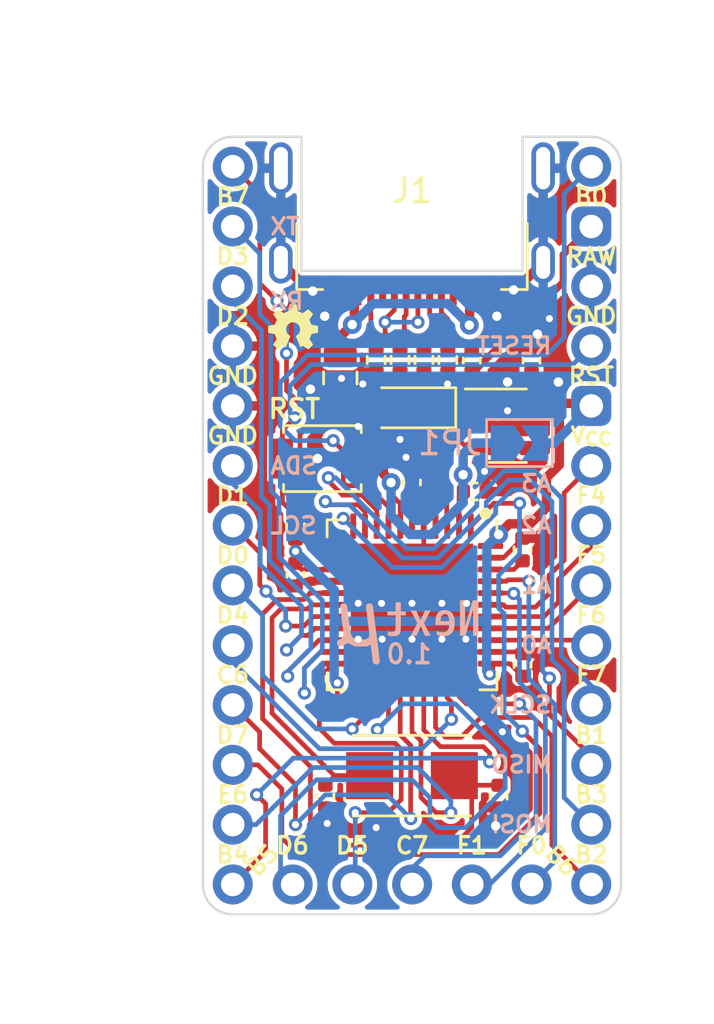
<source format=kicad_pcb>
(kicad_pcb (version 20211014) (generator pcbnew)
  (title_block (title "Next Micro") (date "2022-11-24") (rev "1.0") (comment 1 "MIT License (Open source hardware)") (comment 2 "https://github.com/ziteh/next-micro"))
  (layers (0 "F.Cu" signal) (31 "B.Cu" signal) (34 "B.Paste" user) (35 "F.Paste" user) (36 "B.SilkS" user "B.Silkscreen") (37 "F.SilkS" user "F.Silkscreen") (38 "B.Mask" user) (39 "F.Mask" user) (44 "Edge.Cuts" user))
  (net 0 "")
  (net 1 "RAW")
  (net 2 "GND")
  (net 3 "VCC")
  (net 4 "+5V")
  (net 5 "Net-(C1-Pad2)")
  (net 6 "Net-(C2-Pad2)")
  (net 7 "Net-(C3-Pad2)")
  (net 8 "Net-(C4-Pad1)")
  (net 9 "VBUS")
  (net 10 "PB7")
  (net 11 "PD5")
  (net 12 "PC7")
  (net 13 "PF1")
  (net 14 "PF0")
  (net 15 "Net-(J1-PadA5)")
  (net 16 "Net-(J1-PadB5)")
  (net 17 "Net-(J1-PadA7)")
  (net 18 "USB_D-")
  (net 19 "Net-(J1-PadA6)")
  (net 20 "USB_D+")
  (net 21 "~{RESET}")
  (net 23 "PE6")
  (net 24 "PB0")
  (net 25 "PB1_SCLK")
  (net 26 "PB2_MOSI")
  (net 27 "PB3_MISO")
  (net 28 "PD0_SCL")
  (net 29 "PD1_SDA")
  (net 30 "PD2_RX")
  (net 31 "PD3_TX")
  (net 32 "PD4")
  (net 33 "PD6")
  (net 34 "PD7")
  (net 35 "PB4")
  (net 36 "PB5")
  (net 37 "PB6")
  (net 38 "PC6")
  (net 39 "PF7_A0")
  (net 40 "PF6_A1")
  (net 41 "PF5_A2")
  (net 42 "PF4_A3")
  (footprint "Capacitor_SMD:C_0402_1005Metric" (layer "F.Cu") (at 195.453 141.0482 90)
    (fp_text reference "C2" hide)
    (fp_text value "20pF")
  )
  (footprint "Capacitor_SMD:C_0402_1005Metric" (layer "F.Cu") (at 188.087 141.0482 90)
    (fp_text reference "C1" hide)
    (fp_text value "20pF")
  )
  (footprint "next_micro:USB Type-C Mid-Mount Receptacle 16P" (layer "F.Cu") (at 191.77 115.316 180)
    (fp_text reference "J1")
    (fp_text value "USB_C_Receptacle_USB2.0")
  )
  (footprint "Button_Switch_SMD:SW_SPST_B3U-1000P" (layer "F.Cu") (at 187.96 126.6972 180)
    (fp_text reference "SW1" hide)
    (fp_text value "RESET")
  )
  (footprint "Capacitor_SMD:C_0402_1005Metric" (layer "F.Cu") (at 194.437 128.0942)
    (fp_text reference "C5" hide)
    (fp_text value "1uF")
  )
  (footprint "Resistor_SMD:R_0402_1005Metric" (layer "F.Cu") (at 191.262 122.5062 -90)
    (fp_text reference "R4" hide)
    (fp_text value "22")
  )
  (footprint "Package_TO_SOT_SMD:SOT-23-5" (layer "F.Cu") (at 195.834 125.3002)
    (fp_text reference "U2" hide)
    (fp_text value "RT9013-33GB")
  )
  (footprint "Package_DFN_QFN:QFN-44-1EP_7x7mm_P0.5mm_EP5.2x5.2mm" (layer "F.Cu") (at 191.77 132.9052 -90)
    (fp_text reference "U1" hide)
    (fp_text value "ATmega32U4-M")
  )
  (footprint "Crystal:Crystal_SMD_Qantek_QC5CB-2Pin_5x3.2mm" (layer "F.Cu") (at 191.77 140.1592 180)
    (fp_text reference "Y1" hide)
    (fp_text value "8MHz")
  )
  (footprint "Resistor_SMD:R_0402_1005Metric" (layer "F.Cu") (at 190.246 122.5082 -90)
    (fp_text reference "R2" hide)
    (fp_text value "5.1k")
  )
  (footprint "Capacitor_SMD:C_0402_1005Metric" (layer "F.Cu") (at 196.85 122.5342 90)
    (fp_text reference "C9" hide)
    (fp_text value "1uF")
  )
  (footprint "Fuse:Fuse_0805_2012Metric" (layer "F.Cu") (at 188.722 123.2682 -90)
    (fp_text reference "F1" hide)
    (fp_text value "500mA, 6V")
  )
  (footprint "Capacitor_SMD:C_0402_1005Metric" (layer "F.Cu") (at 196.469 130.556 -90)
    (fp_text reference "C3" hide)
    (fp_text value "100nF")
  )
  (footprint "Connector_PinHeader_2.54mm:PinHeader_1x05_P2.54mm_Vertical" (layer "F.Cu") (at 186.695 144.78 90)
    (fp_text reference "J3" hide)
    (fp_text value "Conn_01x05" hide)
  )
  (footprint "Resistor_SMD:R_0402_1005Metric" (layer "F.Cu") (at 192.278 122.5042 -90)
    (fp_text reference "R3" hide)
    (fp_text value "22")
  )
  (footprint "Resistor_SMD:R_0402_1005Metric" (layer "F.Cu") (at 193.294 122.5082 -90)
    (fp_text reference "R1" hide)
    (fp_text value "5.1k")
  )
  (footprint "Capacitor_SMD:C_0402_1005Metric" (layer "F.Cu") (at 186.817 131.6222 90)
    (fp_text reference "C7" hide)
    (fp_text value "100nF")
  )
  (footprint "Capacitor_SMD:C_0402_1005Metric" (layer "F.Cu") (at 191.77 127.7132 90)
    (fp_text reference "C4" hide)
    (fp_text value "1uF")
  )
  (footprint "Resistor_SMD:R_0402_1005Metric" (layer "F.Cu") (at 186.817 129.6182 90)
    (fp_text reference "R5" hide)
    (fp_text value "10k")
  )
  (footprint "Capacitor_SMD:C_0402_1005Metric" (layer "F.Cu") (at 194.31 122.5342 90)
    (fp_text reference "C8" hide)
    (fp_text value "1uF")
  )
  (footprint "Capacitor_SMD:C_0402_1005Metric" (layer "F.Cu") (at 196.469 135.4602 -90)
    (fp_text reference "C6" hide)
    (fp_text value "100nF")
  )
  (footprint "Diode_SMD:D_SOD-323_HandSoldering" (layer "F.Cu") (at 191.73 124.5382 180)
    (fp_text reference "D1" hide)
    (fp_text value "B5817")
  )
  (footprint "Connector_PinHeader_2.54mm:PinHeader_1x13_P2.54mm_Vertical" (layer "B.Cu") (at 199.39 114.3 180)
    (fp_text reference "J4" hide)
    (fp_text value "Conn_01x13" hide)
  )
  (footprint "Jumper:SolderJumper-2_P1.3mm_Open_TrianglePad1.0x1.5mm" (layer "B.Cu") (at 196.342 126.0348)
    (fp_text reference "JP1")
    (fp_text value "SolderJumper_2_Open")
  )
  (footprint "Connector_PinHeader_2.54mm:PinHeader_1x13_P2.54mm_Vertical" (layer "B.Cu") (at 184.15 114.3 180)
    (fp_text reference "J2" hide)
    (fp_text value "Conn_01x13" hide)
  )
  (footprint "kibuzzard-637F2329" (layer "B.Cu") (at 192.659 133.477 180)
    (fp_text reference "kibuzzard-637F2329" hide)
    (fp_text value "G***" hide)
  )
  (gr_circle (center 194.8942 129.032) (end 195.1482 129.032) (layer "F.SilkS") (width 0) (fill solid))
  (gr_poly (pts (xy 186.85031 120.144578) (xy 186.850914 120.144623) (xy 186.851516 120.144697) (xy 186.852113 120.144799) (xy 186.852706 120.144929) (xy 186.853293 120.145085) (xy 186.853873 120.145268) (xy 186.854446 120.145476) (xy 186.855011 120.145709) (xy 186.855566 120.145965) (xy 186.856111 120.146244) (xy 186.856645 120.146546) (xy 186.857167 120.14687) (xy 186.857677 120.147214) (xy 186.858172 120.147578) (xy 186.858653 120.147962) (xy 186.859118 120.148365) (xy 186.859567 120.148785) (xy 186.859999 120.149223) (xy 186.860412 120.149677) (xy 186.860807 120.150146) (xy 186.861181 120.150631) (xy 186.861534 120.15113) (xy 186.861866 120.151642) (xy 186.862175 120.152167) (xy 186.86246 120.152704) (xy 186.862721 120.153252) (xy 186.862956 120.153811) (xy 186.863165 120.154379) (xy 186.863347 120.154957) (xy 186.863501 120.155543) (xy 186.863626 120.156136) (xy 186.91387 120.426059) (xy 186.913997 120.426657) (xy 186.914151 120.427257) (xy 186.914538 120.428459) (xy 186.915022 120.429658) (xy 186.915599 120.430845) (xy 186.91626 120.432012) (xy 186.917 120.433152) (xy 186.917811 120.434257) (xy 186.918686 120.43532) (xy 186.91962 120.436331) (xy 186.920604 120.437284) (xy 186.921633 120.43817) (xy 186.9227 120.438982) (xy 186.923797 120.439712) (xy 186.924918 120.440352) (xy 186.925485 120.440635) (xy 186.926056 120.440894) (xy 186.92663 120.441126) (xy 186.927205 120.44133) (xy 187.108117 120.515387) (xy 187.109241 120.515882) (xy 187.110433 120.516295) (xy 187.111682 120.516628) (xy 187.112979 120.51688) (xy 187.114312 120.517053) (xy 187.115671 120.517148) (xy 187.117046 120.517164) (xy 187.118425 120.517104) (xy 187.1198 120.516967) (xy 187.121158 120.516754) (xy 187.122491 120.516466) (xy 187.123786 120.516104) (xy 187.125034 120.515668) (xy 187.126224 120.515159) (xy 187.127346 120.514579) (xy 187.128389 120.513927) (xy 187.353893 120.359177) (xy 187.354401 120.358846) (xy 187.354924 120.358541) (xy 187.355461 120.358262) (xy 187.356011 120.358008) (xy 187.356572 120.357779) (xy 187.357144 120.357576) (xy 187.357725 120.357398) (xy 187.358314 120.357245) (xy 187.35891 120.357118) (xy 187.359512 120.357015) (xy 187.360729 120.356883) (xy 187.361955 120.35685) (xy 187.363182 120.356915) (xy 187.364401 120.357076) (xy 187.365601 120.357333) (xy 187.366774 120.357686) (xy 187.367348 120.357897) (xy 187.367911 120.358132) (xy 187.368463 120.358391) (xy 187.369002 120.358672) (xy 187.369528 120.358977) (xy 187.370039 120.359305) (xy 187.370534 120.359655) (xy 187.371012 120.360029) (xy 187.371471 120.360425) (xy 187.371912 120.360844) (xy 187.561824 120.550757) (xy 187.562243 120.551197) (xy 187.562639 120.551657) (xy 187.563012 120.552135) (xy 187.563362 120.55263) (xy 187.563689 120.553141) (xy 187.563993 120.553667) (xy 187.564531 120.55476) (xy 187.564976 120.555898) (xy 187.565326 120.557072) (xy 187.565582 120.558274) (xy 187.565741 120.559494) (xy 187.565805 120.560722) (xy 187.565771 120.56195) (xy 187.565639 120.563168) (xy 187.565409 120.564368) (xy 187.56508 120.565539) (xy 187.564878 120.566111) (xy 187.564651 120.566672) (xy 187.564399 120.567222) (xy 187.564122 120.567759) (xy 187.563819 120.568283) (xy 187.563491 120.568791) (xy 187.41144 120.790406) (xy 187.410786 120.791453) (xy 187.410206 120.792577) (xy 187.4097 120.793766) (xy 187.409268 120.795012) (xy 187.408913 120.796302) (xy 187.408633 120.797628) (xy 187.40843 120.798979) (xy 187.408305 120.800345) (xy 187.408258 120.801716) (xy 187.408289 120.803081) (xy 187.4084 120.80443) (xy 187.408592 120.805753) (xy 187.408863 120.807041) (xy 187.409217 120.808281) (xy 187.409652 120.809465) (xy 187.41017 120.810583) (xy 187.490164 120.997209) (xy 187.490621 120.998355) (xy 187.491183 120.999491) (xy 187.491842 121.000609) (xy 187.492589 121.001703) (xy 187.493418 121.002766) (xy 187.494319 121.003792) (xy 187.495286 121.004774) (xy 187.49631 121.005704) (xy 187.497383 121.006577) (xy 187.498498 121.007385) (xy 187.499646 121.008121) (xy 187.50082 121.00878) (xy 187.502011 121.009353) (xy 187.503212 121.009835) (xy 187.504415 121.010218) (xy 187.505611 121.010497) (xy 187.76658 121.059026) (xy 187.767172 121.059154) (xy 187.767756 121.059311) (xy 187.768332 121.059495) (xy 187.7689 121.059706) (xy 187.769457 121.059943) (xy 187.770004 121.060206) (xy 187.77054 121.060493) (xy 187.771064 121.060803) (xy 187.772074 121.06149) (xy 187.773026 121.06226) (xy 187.773916 121.063106) (xy 187.774738 121.064021) (xy 187.775484 121.064998) (xy 187.776151 121.06603) (xy 187.77673 121.06711) (xy 187.776986 121.067666) (xy 187.777217 121.068231) (xy 187.777424 121.068804) (xy 187.777606 121.069385) (xy 187.777761 121.069973) (xy 187.77789 121.070566) (xy 187.777991 121.071165) (xy 187.778064 121.071767) (xy 187.778107 121.072373) (xy 187.778121 121.07298) (xy 187.778089 121.34157) (xy 187.778074 121.342176) (xy 187.778029 121.342781) (xy 187.777955 121.343383) (xy 187.777852 121.343981) (xy 187.777722 121.344574) (xy 187.777565 121.345162) (xy 187.777382 121.345743) (xy 187.777174 121.346317) (xy 187.776941 121.346883) (xy 187.776684 121.347439) (xy 187.776404 121.347985) (xy 187.776102 121.348521) (xy 187.775778 121.349044) (xy 187.775433 121.349554) (xy 187.775068 121.350051) (xy 187.774684 121.350533) (xy 187.774281 121.350999) (xy 187.773861 121.351449) (xy 187.773423 121.351882) (xy 187.772969 121.352296) (xy 187.772499 121.352691) (xy 187.772014 121.353066) (xy 187.771516 121.35342) (xy 187.771004 121.353752) (xy 187.770479 121.354061) (xy 187.769942 121.354346) (xy 187.769395 121.354607) (xy 187.768837 121.354842) (xy 187.768269 121.35505) (xy 187.767693 121.355231) (xy 187.767108 121.355384) (xy 187.766516 121.355508) (xy 187.511961 121.402879) (xy 187.511361 121.403002) (xy 187.510761 121.403152) (xy 187.51016 121.40333) (xy 187.50956 121.403533) (xy 187.508365 121.404015) (xy 187.507184 121.40459) (xy 187.506025 121.405252) (xy 187.504894 121.405994) (xy 187.5038 121.406809) (xy 187.502751 121.407689) (xy 187.501754 121.408628) (xy 187.500816 121.409619) (xy 187.499945 121.410655) (xy 187.499149 121.411728) (xy 187.498435 121.412833) (xy 187.497811 121.413961) (xy 187.497285 121.415106) (xy 187.49706 121.415683) (xy 187.496863 121.416261) (xy 187.417393 121.614778) (xy 187.416902 121.615907) (xy 187.416492 121.617103) (xy 187.416163 121.618355) (xy 187.415914 121.619654) (xy 187.415745 121.620987) (xy 187.415654 121.622346) (xy 187.415641 121.62372) (xy 187.415705 121.625099) (xy 187.415844 121.626472) (xy 187.41606 121.627828) (xy 187.416349 121.629159) (xy 187.416712 121.630452) (xy 187.417148 121.631698) (xy 187.417657 121.632887) (xy 187.418236 121.634008) (xy 187.418885 121.635051) (xy 187.563491 121.84576) (xy 187.563822 121.846268) (xy 187.564127 121.846791) (xy 187.564406 121.847328) (xy 187.56466 121.847878) (xy 187.564889 121.84844) (xy 187.565092 121.849013) (xy 187.56527 121.849595) (xy 187.565423 121.850185) (xy 187.56555 121.850782) (xy 187.565653 121.851385) (xy 187.565785 121.852605) (xy 187.565818 121.853834) (xy 187.565753 121.855064) (xy 187.565592 121.856285) (xy 187.565334 121.857489) (xy 187.564982 121.858664) (xy 187.564771 121.859239) (xy 187.564536 121.859804) (xy 187.564277 121.860357) (xy 187.563996 121.860897) (xy 187.563691 121.861424) (xy 187.563363 121.861935) (xy 187.563013 121.862431) (xy 187.562639 121.862909) (xy 187.562243 121.863369) (xy 187.561824 121.863809) (xy 187.37188 122.053722) (xy 187.371442 122.054138) (xy 187.370985 122.054532) (xy 187.370509 122.054903) (xy 187.370016 122.055251) (xy 187.369507 122.055577) (xy 187.368982 122.055879) (xy 187.367892 122.056416) (xy 187.366756 122.05686) (xy 187.365583 122.05721) (xy 187.364382 122.057466) (xy 187.363162 122.057627) (xy 187.361934 122.057692) (xy 187.360705 122.05766) (xy 187.359486 122.057531) (xy 187.358286 122.057303) (xy 187.357115 122.056975) (xy 187.356542 122.056774) (xy 187.35598 122.056548) (xy 187.35543 122.056296) (xy 187.354893 122.056019) (xy 187.35437 122.055717) (xy 187.353862 122.055389) (xy 187.146867 121.913324) (xy 187.145827 121.912676) (xy 187.144712 121.912108) (xy 187.143534 121.91162) (xy 187.142302 121.911212) (xy 187.141027 121.910885) (xy 187.139718 121.910638) (xy 187.138386 121.910472) (xy 187.137041 121.910387) (xy 187.135693 121.910383) (xy 187.134352 121.91046) (xy 187.133028 121.910619) (xy 187.131732 121.910859) (xy 187.130473 121.911181) (xy 187.129262 121.911586) (xy 187.128109 121.912072) (xy 187.127024 121.912641) (xy 187.035742 121.961377) (xy 187.035197 121.961637) (xy 187.034646 121.961865) (xy 187.034092 121.962062) (xy 187.033536 121.962229) (xy 187.032977 121.962365) (xy 187.032418 121.962471) (xy 187.03186 121.962547) (xy 187.031302 121.962595) (xy 187.030747 121.962613) (xy 187.030194 121.962603) (xy 187.029646 121.962564) (xy 187.029102 121.962498) (xy 187.028565 121.962404) (xy 187.028034 121.962283) (xy 187.027511 121.962135) (xy 187.026997 121.961961) (xy 187.026493 121.96176) (xy 187.025999 121.961534) (xy 187.025517 121.961282) (xy 187.025048 121.961005) (xy 187.024592 121.960704) (xy 187.02415 121.960378) (xy 187.023724 121.960028) (xy 187.023314 121.959654) (xy 187.022922 121.959257) (xy 187.022548 121.958837) (xy 187.022193 121.958394) (xy 187.021858 121.957929) (xy 187.021545 121.957442) (xy 187.021253 121.956933) (xy 187.020985 121.956404) (xy 187.020741 121.955853) (xy 186.832542 121.501066) (xy 186.832325 121.5005) (xy 186.832136 121.499926) (xy 186.831976 121.499344) (xy 186.831843 121.498756) (xy 186.831739 121.498162) (xy 186.831662 121.497564) (xy 186.831612 121.496963) (xy 186.831588 121.49636) (xy 186.831591 121.495756) (xy 186.83162 121.495152) (xy 186.831674 121.494548) (xy 186.831754 121.493948) (xy 186.831858 121.49335) (xy 186.831987 121.492757) (xy 186.83214 121.492169) (xy 186.832316 121.491588) (xy 186.832516 121.491015) (xy 186.832739 121.49045) (xy 186.832984 121.489895) (xy 186.833252 121.489351) (xy 186.833542 121.488819) (xy 186.833853 121.4883) (xy 186.834185 121.487795) (xy 186.834538 121.487305) (xy 186.834912 121.486832) (xy 186.835305 121.486375) (xy 186.835718 121.485938) (xy 186.836151 121.48552) (xy 186.836602 121.485122) (xy 186.837072 121.484746) (xy 186.837561 121.484393) (xy 186.838067 121.484064) (xy 186.860911 121.470078) (xy 186.862555 121.469031) (xy 186.864311 121.467836) (xy 186.866144 121.466518) (xy 186.868023 121.465105) (xy 186.869913 121.463622) (xy 186.871783 121.462095) (xy 186.873598 121.46055) (xy 186.875325 121.459013) (xy 186.890448 121.448662) (xy 186.90488 121.437423) (xy 186.918583 121.425336) (xy 186.931517 121.41244) (xy 186.943642 121.398773) (xy 186.95492 121.384375) (xy 186.96531 121.369286) (xy 186.974774 121.353543) (xy 186.983273 121.337188) (xy 186.990766 121.320257) (xy 186.997214 121.302792) (xy 187.002578 121.284831) (xy 187.006819 121.266412) (xy 187.009897 121.247576) (xy 187.011772 121.228361) (xy 187.012406 121.208807) (xy 187.01202 121.193521) (xy 187.010873 121.178436) (xy 187.008984 121.163571) (xy 187.006372 121.148943) (xy 187.003055 121.134572) (xy 186.999052 121.120476) (xy 186.994383 121.106675) (xy 186.989064 121.093186) (xy 186.983116 121.080028) (xy 186.976556 121.06722) (xy 186.969404 121.054781) (xy 186.961679 121.042729) (xy 186.953397 121.031084) (xy 186.94458 121.019863) (xy 186.935244 121.009085) (xy 186.925409 120.998769) (xy 186.915094 120.988934) (xy 186.904316 120.979598) (xy 186.893096 120.97078) (xy 186.881451 120.962498) (xy 186.869399 120.954772) (xy 186.856961 120.94762) (xy 186.844154 120.941061) (xy 186.830997 120.935112) (xy 186.817509 120.929794) (xy 186.803708 120.925124) (xy 186.789614 120.921121) (xy 186.775244 120.917805) (xy 186.760617 120.915192) (xy 186.745753 120.913304) (xy 186.730669 120.912156) (xy 186.715385 120.91177) (xy 186.700101 120.912156) (xy 186.685017 120.913304) (xy 186.670152 120.915192) (xy 186.655525 120.917805) (xy 186.641155 120.921121) (xy 186.62706 120.925124) (xy 186.613259 120.929794) (xy 186.59977 120.935112) (xy 186.586613 120.941061) (xy 186.573805 120.94762) (xy 186.561366 120.954772) (xy 186.549314 120.962498) (xy 186.537668 120.97078) (xy 186.526447 120.979598) (xy 186.515669 120.988934) (xy 186.505353 120.998769) (xy 186.495517 121.009085) (xy 186.486181 121.019863) (xy 186.477362 121.031084) (xy 186.46908 121.042729) (xy 186.461354 121.054781) (xy 186.454201 121.06722) (xy 186.447641 121.080028) (xy 186.441692 121.093186) (xy 186.436373 121.106675) (xy 186.431703 121.120476) (xy 186.4277 121.134572) (xy 186.424383 121.148943) (xy 186.421771 121.163571) (xy 186.419881 121.178436) (xy 186.418734 121.193521) (xy 186.418348 121.208807) (xy 186.418507 121.218624) (xy 186.418982 121.228361) (xy 186.419767 121.238013) (xy 186.420858 121.247576) (xy 186.422249 121.257044) (xy 186.423937 121.266412) (xy 186.425914 121.275676) (xy 186.428178 121.284831) (xy 186.430723 121.293871) (xy 186.433543 121.302792) (xy 186.436635 121.311589) (xy 186.439992 121.320257) (xy 186.443611 121.328792) (xy 186.447486 121.337188) (xy 186.455985 121.353543) (xy 186.46545 121.369286) (xy 186.475841 121.384375) (xy 186.487119 121.398773) (xy 186.499244 121.41244) (xy 186.512177 121.425336) (xy 186.525878 121.437423) (xy 186.540309 121.448662) (xy 186.555428 121.459013) (xy 186.557166 121.46055) (xy 186.558987 121.462095) (xy 186.56086 121.463622) (xy 186.562753 121.465105) (xy 186.564633 121.466518) (xy 186.566468 121.467835) (xy 186.568226 121.469031) (xy 186.569875 121.470078) (xy 186.592719 121.484064) (xy 186.593228 121.484393) (xy 186.593719 121.484746) (xy 186.594191 121.485122) (xy 186.594645 121.48552) (xy 186.595079 121.485938) (xy 186.595494 121.486375) (xy 186.596263 121.487305) (xy 186.59695 121.4883) (xy 186.597552 121.489351) (xy 186.598065 121.49045) (xy 186.598487 121.491588) (xy 186.598816 121.492757) (xy 186.599047 121.493948) (xy 186.599179 121.495152) (xy 186.599209 121.49636) (xy 186.599132 121.497564) (xy 186.599054 121.498162) (xy 186.598948 121.498756) (xy 186.598815 121.499344) (xy 186.598653 121.499926) (xy 186.598463 121.5005) (xy 186.598243 121.501066) (xy 186.41003 121.955837) (xy 186.409785 121.956388) (xy 186.409516 121.956918) (xy 186.409225 121.957427) (xy 186.408911 121.957914) (xy 186.408576 121.958379) (xy 186.408221 121.958822) (xy 186.407846 121.959243) (xy 186.407453 121.95964) (xy 186.407043 121.960015) (xy 186.406617 121.960365) (xy 186.406175 121.960692) (xy 186.405718 121.960994) (xy 186.405248 121.961271) (xy 186.404766 121.961523) (xy 186.404272 121.96175) (xy 186.403767 121.961951) (xy 186.403252 121.962126) (xy 186.402729 121.962274) (xy 186.402198 121.962395) (xy 186.401661 121.962489) (xy 186.401117 121.962556) (xy 186.400569 121.962594) (xy 186.400016 121.962604) (xy 186.399461 121.962586) (xy 186.398904 121.962538) (xy 186.398346 121.962461) (xy 186.397787 121.962354) (xy 186.39723 121.962217) (xy 186.396674 121.96205) (xy 186.396121 121.961852) (xy 186.395572 121.961622) (xy 186.395028 121.961362) (xy 186.303746 121.912625) (xy 186.302664 121.912057) (xy 186.301513 121.91157) (xy 186.300303 121.911167) (xy 186.299045 121.910846) (xy 186.297749 121.910606) (xy 186.296425 121.910448) (xy 186.295084 121.910372) (xy 186.293735 121.910377) (xy 186.292389 121.910463) (xy 186.291056 121.910629) (xy 186.289746 121.910876) (xy 186.28847 121.911203) (xy 186.287237 121.91161) (xy 186.286058 121.912097) (xy 186.284943 121.912663) (xy 186.283903 121.913308) (xy 186.076924 122.055373) (xy 186.076415 122.055701) (xy 186.07589 122.056004) (xy 186.075352 122.056281) (xy 186.074801 122.056532) (xy 186.074238 122.056759) (xy 186.073665 122.05696) (xy 186.073083 122.057136) (xy 186.072492 122.057287) (xy 186.071895 122.057414) (xy 186.071292 122.057515) (xy 186.070073 122.057645) (xy 186.068844 122.057677) (xy 186.067616 122.057612) (xy 186.066396 122.057451) (xy 186.065195 122.057194) (xy 186.064021 122.056844) (xy 186.063448 122.056634) (xy 186.062885 122.0564) (xy 186.062333 122.056143) (xy 186.061794 122.055864) (xy 186.061269 122.055561) (xy 186.060758 122.055235) (xy 186.060264 122.054887) (xy 186.059788 122.054516) (xy 186.059329 122.054122) (xy 186.05889 122.053706) (xy 185.868946 121.863794) (xy 185.868529 121.863353) (xy 185.868134 121.862894) (xy 185.867761 121.862415) (xy 185.867412 121.86192) (xy 185.867085 121.861408) (xy 185.866781 121.860881) (xy 185.866243 121.859788) (xy 185.865798 121.858649) (xy 185.865447 121.857473) (xy 185.86519 121.85627) (xy 185.865029 121.855049) (xy 185.864964 121.853819) (xy 185.864996 121.852589) (xy 185.865127 121.85137) (xy 185.865356 121.850169) (xy 185.865685 121.848997) (xy 185.865887 121.848425) (xy 185.866115 121.847863) (xy 185.866368 121.847312) (xy 185.866646 121.846775) (xy 185.86695 121.846252) (xy 185.867279 121.845744) (xy 186.011869 121.635035) (xy 186.012524 121.633992) (xy 186.013107 121.632871) (xy 186.013619 121.631683) (xy 186.014058 121.630436) (xy 186.014423 121.629143) (xy 186.014714 121.627813) (xy 186.014929 121.626456) (xy 186.015069 121.625083) (xy 186.015133 121.623705) (xy 186.015119 121.622331) (xy 186.015028 121.620972) (xy 186.014858 121.619638) (xy 186.014608 121.61834) (xy 186.014279 121.617088) (xy 186.013868 121.615892) (xy 186.013377 121.614763) (xy 185.933906 121.416246) (xy 185.933711 121.415667) (xy 185.933487 121.41509) (xy 185.932962 121.413945) (xy 185.932338 121.412817) (xy 185.931623 121.411712) (xy 185.930825 121.410639) (xy 185.929952 121.409603) (xy 185.929011 121.408612) (xy 185.928011 121.407673) (xy 185.926959 121.406793) (xy 185.925862 121.405978) (xy 185.924729 121.405237) (xy 185.923568 121.404575) (xy 185.922386 121.403999) (xy 185.921191 121.403518) (xy 185.919991 121.403137) (xy 185.919391 121.402986) (xy 185.918793 121.402863) (xy 185.664238 121.355492) (xy 185.663645 121.355369) (xy 185.663059 121.355216) (xy 185.662481 121.355035) (xy 185.661913 121.354826) (xy 185.661354 121.354591) (xy 185.660806 121.35433) (xy 185.660269 121.354045) (xy 185.659744 121.353736) (xy 185.659232 121.353404) (xy 185.658733 121.35305) (xy 185.657779 121.35228) (xy 185.656887 121.351434) (xy 185.656064 121.350517) (xy 185.655316 121.349538) (xy 185.654648 121.348505) (xy 185.654067 121.347423) (xy 185.653578 121.346301) (xy 185.65337 121.345727) (xy 185.653187 121.345146) (xy 185.653031 121.344558) (xy 185.652901 121.343965) (xy 185.652799 121.343367) (xy 185.652725 121.342765) (xy 185.65268 121.34216) (xy 185.652665 121.341554) (xy 185.652649 121.072965) (xy 185.652664 121.072358) (xy 185.652709 121.071754) (xy 185.652783 121.071153) (xy 185.652885 121.070556) (xy 185.653014 121.069963) (xy 185.65317 121.069377) (xy 185.653352 121.068797) (xy 185.65356 121.068224) (xy 185.653792 121.06766) (xy 185.654048 121.067105) (xy 185.654327 121.06656) (xy 185.654628 121.066026) (xy 185.654951 121.065504) (xy 185.655295 121.064995) (xy 185.655659 121.0645) (xy 185.656042 121.064019) (xy 185.656445 121.063554) (xy 185.656865 121.063105) (xy 185.657302 121.062673) (xy 185.657756 121.062259) (xy 185.658225 121.061864) (xy 185.65871 121.061489) (xy 185.659209 121.061135) (xy 185.659721 121.060802) (xy 185.660247 121.060492) (xy 185.660784 121.060206) (xy 185.661333 121.059943) (xy 185.661892 121.059706) (xy 185.662462 121.059495) (xy 185.66304 121.059311) (xy 185.663627 121.059154) (xy 185.664222 121.059026) (xy 185.925175 121.010497) (xy 185.925775 121.010371) (xy 185.926377 121.010218) (xy 185.927584 121.009835) (xy 185.928788 121.009353) (xy 185.929982 121.00878) (xy 185.931157 121.008121) (xy 185.932306 121.007385) (xy 185.933421 121.006577) (xy 185.934494 121.005704) (xy 185.935517 121.004774) (xy 185.936482 121.003792) (xy 185.937382 121.002766) (xy 185.938208 121.001703) (xy 185.938953 121.000609) (xy 185.939609 120.999491) (xy 185.940168 120.998355) (xy 185.940408 120.997783) (xy 185.940622 120.997209) (xy 186.020632 120.810583) (xy 186.021147 120.809465) (xy 186.02158 120.808281) (xy 186.021931 120.807041) (xy 186.022201 120.805753) (xy 186.022392 120.80443) (xy 186.022502 120.803081) (xy 186.022534 120.801716) (xy 186.022487 120.800345) (xy 186.022363 120.798979) (xy 186.022162 120.797628) (xy 186.021884 120.796302) (xy 186.021531 120.795012) (xy 186.021103 120.793766) (xy 186.020601 120.792577) (xy 186.020026 120.791453) (xy 186.019377 120.790406) (xy 185.867311 120.568791) (xy 185.86698 120.568283) (xy 185.866675 120.567759) (xy 185.866396 120.567222) (xy 185.866142 120.566672) (xy 185.865914 120.566111) (xy 185.865711 120.565539) (xy 185.865534 120.564957) (xy 185.865381 120.564368) (xy 185.865254 120.563771) (xy 185.865152 120.563168) (xy 185.865021 120.56195) (xy 185.864989 120.560722) (xy 185.865055 120.559494) (xy 185.865217 120.558274) (xy 185.865474 120.557072) (xy 185.865827 120.555898) (xy 185.866038 120.555324) (xy 185.866273 120.55476) (xy 185.866531 120.554207) (xy 185.866812 120.553667) (xy 185.867116 120.553141) (xy 185.867443 120.55263) (xy 185.867793 120.552135) (xy 185.868165 120.551657) (xy 185.86856 120.551197) (xy 185.868978 120.550757) (xy 186.058906 120.360844) (xy 186.059345 120.360425) (xy 186.059804 120.360029) (xy 186.06028 120.359655) (xy 186.060774 120.359305) (xy 186.061285 120.358977) (xy 186.06181 120.358672) (xy 186.062901 120.358132) (xy 186.064037 120.357686) (xy 186.065211 120.357334) (xy 186.066412 120.357076) (xy 186.067632 120.356915) (xy 186.06886 120.35685) (xy 186.070089 120.356883) (xy 186.071308 120.357015) (xy 186.072508 120.357245) (xy 186.073681 120.357576) (xy 186.074254 120.357779) (xy 186.074817 120.358008) (xy 186.075368 120.358262) (xy 186.075906 120.358541) (xy 186.076431 120.358846) (xy 186.07694 120.359177) (xy 186.302429 120.513927) (xy 186.303469 120.514579) (xy 186.304588 120.515159) (xy 186.305777 120.515668) (xy 186.307023 120.516104) (xy 186.308317 120.516466) (xy 186.309648 120.516754) (xy 186.311006 120.516967) (xy 186.31238 120.517104) (xy 186.31376 120.517164) (xy 186.315136 120.517148) (xy 186.316496 120.517053) (xy 186.31783 120.51688) (xy 186.319128 120.516628) (xy 186.32038 120.516295) (xy 186.321574 120.515882) (xy 186.322701 120.515387) (xy 186.503629 120.44133) (xy 186.50478 120.440894) (xy 186.50592 120.440352) (xy 186.507043 120.439712) (xy 186.508141 120.438982) (xy 186.509208 120.43817) (xy 186.510236 120.437284) (xy 186.511221 120.436331) (xy 186.512153 120.43532) (xy 186.513028 120.434257) (xy 186.513838 120.433152) (xy 186.514577 120.432012) (xy 186.515237 120.430845) (xy 186.515813 120.429658) (xy 186.516297 120.428459) (xy 186.516683 120.427257) (xy 186.516963 120.426059) (xy 186.567192 120.156136) (xy 186.567317 120.155543) (xy 186.567471 120.154957) (xy 186.567653 120.154379) (xy 186.567862 120.153811) (xy 186.568097 120.153252) (xy 186.568358 120.152704) (xy 186.568643 120.152167) (xy 186.568952 120.151642) (xy 186.569283 120.15113) (xy 186.569637 120.150631) (xy 186.570405 120.149677) (xy 186.571249 120.148785) (xy 186.572163 120.147962) (xy 186.573138 120.147214) (xy 186.574169 120.146546) (xy 186.575247 120.145965) (xy 186.575801 120.145709) (xy 186.576365 120.145476) (xy 186.576937 120.145268) (xy 186.577517 120.145085) (xy 186.578102 120.144929) (xy 186.578694 120.144799) (xy 186.57929 120.144697) (xy 186.57989 120.144623) (xy 186.580493 120.144578) (xy 186.581098 120.144563) (xy 186.849703 120.144563)) (layer "F.SilkS") (width 0) (fill solid))
  (gr_line locked (start 187.071 113.03) (end 184.15 113.03) (layer "Edge.Cuts") (width 0.1))
  (gr_line locked (start 187.071 118.7196) (end 187.071 113.03) (layer "Edge.Cuts") (width 0.1))
  (gr_line locked (start 182.88 114.3) (end 182.880001 144.779999) (layer "Edge.Cuts") (width 0.1))
  (gr_line locked (start 200.659999 144.779999) (end 200.659999 114.300001) (layer "Edge.Cuts") (width 0.1))
  (gr_arc locked (start 199.389999 113.030001) (mid 200.288025 113.401975) (end 200.659999 114.300001) (layer "Edge.Cuts") (width 0.1))
  (gr_arc locked (start 184.150001 146.049999) (mid 183.251975 145.678025) (end 182.880001 144.779999) (layer "Edge.Cuts") (width 0.1))
  (gr_line locked (start 196.469 118.7196) (end 187.071 118.7196) (layer "Edge.Cuts") (width 0.1))
  (gr_line locked (start 184.150001 146.049999) (end 199.389999 146.049999) (layer "Edge.Cuts") (width 0.1))
  (gr_line locked (start 196.469 113.03) (end 196.469 118.7196) (layer "Edge.Cuts") (width 0.1))
  (gr_line locked (start 199.389999 113.030001) (end 196.469 113.03) (layer "Edge.Cuts") (width 0.1))
  (gr_arc locked (start 200.659999 144.779999) (mid 200.288025 145.678025) (end 199.389999 146.049999) (layer "Edge.Cuts") (width 0.1))
  (gr_arc locked (start 182.88 114.3) (mid 183.251974 113.401974) (end 184.15 113.03) (layer "Edge.Cuts") (width 0.1))
  (gr_text "1.0" (at 191.643 135.001) (layer "B.SilkS") (effects (font (size 0.8 0.8)) (justify mirror)))
  (gr_text "RX" (at 185.68 120.015) (layer "B.SilkS") (effects (font (size 0.7 0.7) (thickness 0.14)) (justify right mirror)))
  (gr_text "TX" (at 185.674 116.84) (layer "B.SilkS") (effects (font (size 0.7 0.7) (thickness 0.14)) (justify right mirror)))
  (gr_text "MOSI" (at 197.78 142.23) (layer "B.SilkS") (effects (font (size 0.7 0.7) (thickness 0.14)) (justify left mirror)))
  (gr_text "SCL" (at 185.68 129.54) (layer "B.SilkS") (effects (font (size 0.7 0.7) (thickness 0.14)) (justify right mirror)))
  (gr_text "SDA" (at 185.68 127) (layer "B.SilkS") (effects (font (size 0.7 0.7) (thickness 0.14)) (justify right mirror)))
  (gr_text "A3" (at 197.78 127.752) (layer "B.SilkS") (effects (font (size 0.7 0.7) (thickness 0.14)) (justify left mirror)))
  (gr_text "RESET" (at 197.78 121.91) (layer "B.SilkS") (effects (font (size 0.7 0.7) (thickness 0.14)) (justify left mirror)))
  (gr_text "μ" (at 189.484 133.477) (layer "B.SilkS") (effects (font (size 2.3 2.3) (thickness 0.3) italic) (justify mirror)))
  (gr_text "A2" (at 197.78 129.53) (layer "B.SilkS") (effects (font (size 0.7 0.7) (thickness 0.14)) (justify left mirror)))
  (gr_text "A0" (at 197.78 134.61) (layer "B.SilkS") (effects (font (size 0.7 0.7) (thickness 0.14)) (justify left mirror)))
  (gr_text "SCLK" (at 197.78 137.15) (layer "B.SilkS") (effects (font (size 0.7 0.7) (thickness 0.14)) (justify left mirror)))
  (gr_text "A1" (at 197.78 132.07) (layer "B.SilkS") (effects (font (size 0.7 0.7) (thickness 0.14)) (justify left mirror)))
  (gr_text "MISO" (at 197.78 139.69) (layer "B.SilkS") (effects (font (size 0.7 0.7) (thickness 0.14)) (justify left mirror)))
  (gr_text "E6" (at 184.15 140.97) (layer "F.SilkS") (effects (font (size 0.7 0.7) (thickness 0.14))))
  (gr_text "C6" (at 184.15 135.89) (layer "F.SilkS") (effects (font (size 0.7 0.7) (thickness 0.14))))
  (gr_text "D5" (at 189.23 143.129) (layer "F.SilkS") (effects (font (size 0.7 0.7) (thickness 0.14))))
  (gr_text "B4" (at 184.15 143.51) (layer "F.SilkS") (effects (font (size 0.7 0.7) (thickness 0.14))))
  (gr_text "D2" (at 184.15 120.65) (layer "F.SilkS") (effects (font (size 0.7 0.7) (thickness 0.14))))
  (gr_text "F5" (at 199.39 130.81) (layer "F.SilkS") (effects (font (size 0.7 0.7) (thickness 0.14))))
  (gr_text "D4" (at 184.15 133.35) (layer "F.SilkS") (effects (font (size 0.7 0.7) (thickness 0.14))))
  (gr_text "F6" (at 199.39 133.35) (layer "F.SilkS") (effects (font (size 0.7 0.7) (thickness 0.14))))
  (gr_text "B1" (at 199.39 138.43) (layer "F.SilkS") (effects (font (size 0.7 0.7) (thickness 0.14))))
  (gr_text "C7" (at 191.77 143.129) (layer "F.SilkS") (effects (font (size 0.7 0.7) (thickness 0.14))))
  (gr_text "B0" (at 199.39 115.57) (layer "F.SilkS") (effects (font (size 0.7 0.7) (thickness 0.14))))
  (gr_text "GND" (at 199.39 120.65) (layer "F.SilkS") (effects (font (size 0.7 0.7) (thickness 0.14))))
  (gr_text "D0" (at 184.15 130.81) (layer "F.SilkS") (effects (font (size 0.7 0.7) (thickness 0.14))))
  (gr_text "B7" (at 184.15 115.57) (layer "F.SilkS") (effects (font (size 0.7 0.7) (thickness 0.14))))
  (gr_text "B3" (at 199.39 140.97) (layer "F.SilkS") (effects (font (size 0.7 0.7) (thickness 0.14))))
  (gr_text "F7" (at 199.39 135.89) (layer "F.SilkS") (effects (font (size 0.7 0.7) (thickness 0.14))))
  (gr_text "B2" (at 199.39 143.51) (layer "F.SilkS") (effects (font (size 0.7 0.7) (thickness 0.14))))
  (gr_text "D6" (at 186.69 143.129) (layer "F.SilkS") (effects (font (size 0.7 0.7) (thickness 0.14))))
  (gr_text "D7" (at 184.15 138.43) (layer "F.SilkS") (effects (font (size 0.7 0.7) (thickness 0.14))))
  (gr_text "RST" (at 199.39 123.19) (layer "F.SilkS") (effects (font (size 0.7 0.7) (thickness 0.14))))
  (gr_text "B6" (at 198.12 143.764 -45) (layer "F.SilkS") (effects (font (size 0.7 0.7) (thickness 0.14))))
  (gr_text "F1" (at 194.31 143.129) (layer "F.SilkS") (effects (font (size 0.7 0.7) (thickness 0.14))))
  (gr_text "D1" (at 184.15 128.27) (layer "F.SilkS") (effects (font (size 0.7 0.7) (thickness 0.14))))
  (gr_text "V_{CC}" (at 199.39 125.73) (layer "F.SilkS") (effects (font (size 0.7 0.7) (thickness 0.14))))
  (gr_text "D3" (at 184.15 118.11) (layer "F.SilkS") (effects (font (size 0.7 0.7) (thickness 0.14))))
  (gr_text "RAW" (at 199.39 118.11) (layer "F.SilkS") (effects (font (size 0.7 0.7) (thickness 0.14))))
  (gr_text "GND" (at 184.15 123.19) (layer "F.SilkS") (effects (font (size 0.7 0.7) (thickness 0.14))))
  (gr_text "F0" (at 196.85 143.129) (layer "F.SilkS") (effects (font (size 0.7 0.7) (thickness 0.14))))
  (gr_text "B5" (at 185.42 143.764 45) (layer "F.SilkS") (effects (font (size 0.7 0.7) (thickness 0.14))))
  (gr_text "F4" (at 199.39 128.27) (layer "F.SilkS") (effects (font (size 0.7 0.7) (thickness 0.14))))
  (gr_text "GND" (at 184.15 125.73) (layer "F.SilkS") (effects (font (size 0.7 0.7) (thickness 0.14))))
  (segment (start 193.863 124.3502) (end 194.6965 124.3502) (width 0.4) (layer "F.Cu") (net 1))
  (segment (start 194.427556 122.970844) (end 194.427556 123.0142) (width 0.3) (layer "F.Cu") (net 1))
  (segment (start 194.6965 124.3502) (end 194.6965 123.283144) (width 0.4) (layer "F.Cu") (net 1))
  (segment (start 199.39 116.84) (end 198.195 118.035) (width 0.3) (layer "F.Cu") (net 1))
  (segment (start 198.195 118.035) (end 198.195 119.2034) (width 0.3) (layer "F.Cu") (net 1))
  (segment (start 194.6965 126.2502) (end 194.119 126.2502) (width 0.2) (layer "F.Cu") (net 1))
  (segment (start 194.119 126.2502) (end 193.675 125.8062) (width 0.2) (layer "F.Cu") (net 1))
  (segment (start 198.195 119.2034) (end 194.427556 122.970844) (width 0.3) (layer "F.Cu") (net 1))
  (segment (start 193.675 125.8062) (end 193.675 124.5382) (width 0.2) (layer "F.Cu") (net 1))
  (segment (start 192.98 124.5382) (end 193.675 124.5382) (width 0.4) (layer "F.Cu") (net 1))
  (segment (start 193.675 124.5382) (end 193.863 124.3502) (width 0.4) (layer "F.Cu") (net 1))
  (segment (start 194.427556 123.0142) (end 194.31 123.0142) (width 0.2) (layer "F.Cu") (net 1))
  (segment (start 194.6965 123.283144) (end 194.427556 123.0142) (width 0.4) (layer "F.Cu") (net 1))
  (segment (start 193.7068 130.9052) (end 195.1075 130.9052) (width 0.2) (layer "F.Cu") (net 2))
  (segment (start 195.3768 120.9874) (end 194.31 122.0542) (width 0.2) (layer "F.Cu") (net 2))
  (segment (start 193.8332 134.9052) (end 195.1075 134.9052) (width 0.2) (layer "F.Cu") (net 2))
  (segment (start 185.8772 131.3688) (end 185.8772 130.7592) (width 0.35) (layer "F.Cu") (net 2))
  (segment (start 185.8772 130.7592) (end 185.8772 129.1844) (width 0.35) (layer "F.Cu") (net 2))
  (segment (start 194.258 122.0542) (end 193.294 123.0182) (width 0.2) (layer "F.Cu") (net 2))
  (segment (start 186.6106 132.1022) (end 185.9788 131.4704) (width 0.35) (layer "F.Cu") (net 2))
  (segment (start 191.77 132.9052) (end 194.27 135.4052) (width 0.2) (layer "F.Cu") (net 2))
  (segment (start 195.1075 134.9052) (end 196.394 134.9052) (width 0.2) (layer "F.Cu") (net 2))
  (segment (start 186.7884 132.1308) (end 186.817 132.1022) (width 0.2) (layer "F.Cu") (net 2))
  (segment (start 192.31 127.899941) (end 191.77 127.359941) (width 0.2) (layer "F.Cu") (net 2))
  (segment (start 188.4325 131.9052) (end 186.9664 131.9052) (width 0.3) (layer "F.Cu") (net 2))
  (segment (start 191.77 132.842) (end 191.77 132.9052) (width 0.2) (layer "F.Cu") (net 2))
  (segment (start 196.202 119.507) (end 197.345 118.364) (width 0.4) (layer "F.Cu") (net 2))
  (segment (start 185.9788 131.4704) (end 185.8772 131.3688) (width 0.35) (layer "F.Cu") (net 2))
  (segment (start 191.77 127.359941) (end 191.77 127.2332) (width 0.2) (layer "F.Cu") (net 2))
  (segment (start 196.394 134.9052) (end 196.469 134.9802) (width 0.2) (layer "F.Cu") (net 2))
  (segment (start 191.77 132.842) (end 193.8332 134.9052) (width 0.2) (layer "F.Cu") (net 2))
  (segment (start 192.27 129.5677) (end 192.27 128.526459) (width 0.2) (layer "F.Cu") (net 2))
  (segment (start 195.3768 120.65) (end 195.3768 120.9874) (width 0.2) (layer "F.Cu") (net 2))
  (segment (start 188.2978 119.5832) (end 188.52 119.361) (width 0.2) (layer "F.Cu") (net 2))
  (segment (start 184.15 125.3236) (end 184.15 124.46) (width 0.2) (layer "F.Cu") (net 2))
  (segment (start 185.3692 126.5428) (end 184.15 125.3236) (width 0.2) (layer "F.Cu") (net 2))
  (segment (start 192.31 128.486459) (end 192.31 127.899941) (width 0.2) (layer "F.Cu") (net 2))
  (segment (start 192.27 132.342) (end 192.27 129.5677) (width 0.2) (layer "F.Cu") (net 2))
  (segment (start 191.77 132.9052) (end 189.27 135.4052) (width 0.2) (layer "F.Cu") (net 2))
  (segment (start 186.195 118.364) (end 187.4142 119.5832) (width 0.4) (layer "F.Cu") (net 2))
  (segment (start 194.27 135.4052) (end 194.27 136.2427) (width 0.2) (layer "F.Cu") (net 2))
  (segment (start 194.31 122.0542) (end 194.258 122.0542) (width 0.2) (layer "F.Cu") (net 2))
  (segment (start 195.166 119.507) (end 196.202 119.507) (width 0.2) (layer "F.Cu") (net 2))
  (segment (start 185.3692 128.6764) (end 185.3692 126.5428) (width 0.2) (layer "F.Cu") (net 2))
  (segment (start 190.8332 131.9052) (end 188.4325 131.9052) (width 0.3) (layer "F.Cu") (net 2))
  (segment (start 195.657652 130.9052) (end 195.1075 130.9052) (width 0.2) (layer "F.Cu") (net 2))
  (segment (start 191.77 132.842) (end 193.7068 130.9052) (width 0.2) (layer "F.Cu") (net 2))
  (segment (start 189.27 135.4052) (end 189.27 136.2427) (width 0.2) (layer "F.Cu") (net 2))
  (segment (start 186.7408 132.1308) (end 186.7884 132.1308) (width 0.2) (layer "F.Cu") (net 2))
  (segment (start 195.02 119.361) (end 195.166 119.507) (width 0.2) (layer "F.Cu") (net 2))
  (segment (start 185.8772 129.1844) (end 185.42 128.7272) (width 0.35) (layer "F.Cu") (net 2))
  (segment (start 187.4142 119.5832) (end 188.2978 119.5832) (width 0.2) (layer "F.Cu") (net 2))
  (segment (start 191.77 132.842) (end 190.8332 131.9052) (width 0.2) (layer "F.Cu") (net 2))
  (segment (start 185.42 128.7272) (end 185.3692 128.6764) (width 0.35) (layer "F.Cu") (net 2))
  (segment (start 196.469 130.093852) (end 195.657652 130.9052) (width 0.2) (layer "F.Cu") (net 2))
  (segment (start 192.27 128.526459) (end 192.31 128.486459) (width 0.2) (layer "F.Cu") (net 2))
  (segment (start 191.77 132.842) (end 192.27 132.342) (width 0.2) (layer "F.Cu") (net 2))
  (segment (start 186.9664 131.9052) (end 186.7408 132.1308) (width 0.3) (layer "F.Cu") (net 2))
  (segment (start 186.817 132.1022) (end 186.6106 132.1022) (width 0.35) (layer "F.Cu") (net 2))
  (via (at 190.5 134.366) (size 0.56) (drill 0.3) (layers "F.Cu" "B.Cu") (net 2))
  (via (at 191.77 132.842) (size 0.56) (drill 0.3) (layers "F.Cu" "B.Cu") (net 2))
  (via (at 191.77 134.366) (size 0.56) (drill 0.3) (layers "F.Cu" "B.Cu") (net 2))
  (via (at 197.104 121.412) (size 0.8) (drill 0.4) (layers "F.Cu" "B.Cu") (net 2))
  (via (at 189.484 134.366) (size 0.56) (drill 0.3) (layers "F.Cu" "B.Cu") (net 2))
  (via (at 197.612 120.7516) (size 0.56) (drill 0.3) (layers "F.Cu" "B.Cu") (net 2))
  (via (at 195.612491 138.295909) (size 0.56) (drill 0.3) (layers "F.Cu" "B.Cu") (net 2))
  (via (at 189.68 123.53) (size 0.56) (drill 0.3) (layers "F.Cu" "B.Cu") (net 2))
  (via (at 196.088 119.5324) (size 0.8) (drill 0.4) (layers "F.Cu" "B.Cu") (net 2))
  (via (at 195.326 142.2908) (size 0.8) (drill 0.4) (layers "F.Cu" "B.Cu") (net 2))
  (via (at 190.246 142.367) (size 0.56) (drill 0.3) (layers "F.Cu" "B.Cu") (net 2))
  (via (at 189.484 132.842) (size 0.56) (drill 0.3) (layers "F.Cu" "B.Cu") (net 2))
  (via (at 194.853732 127.238932) (size 0.56) (drill 0.3) (layers "F.Cu" "B.Cu") (net 2))
  (via (at 190.4746 132.842) (size 0.56) (drill 0.3) (layers "F.Cu" "B.Cu") (net 2))
  (via (at 187.452 123.7488) (size 0.8) (drill 0.4) (layers "F.Cu" "B.Cu") (net 2))
  (via (at 188.0616 120.65) (size 0.8) (drill 0.4) (layers "F.Cu" "B.Cu") (net 2))
  (via (at 188.1632 142.1892) (size 0.56) (drill 0.3) (layers "F.Cu" "B.Cu") (net 2))
  (via (at 193.28 123.53) (size 0.56) (drill 0.3) (layers "F.Cu" "B.Cu") (net 2))
  (via (at 193.04 134.366) (size 0.56) (drill 0.3) (layers "F.Cu" "B.Cu") (net 2))
  (via (at 194.056 134.366) (size 0.56) (drill 0.3) (layers "F.Cu" "B.Cu") (net 2))
  (via (at 189.48 125.33) (size 0.56) (drill 0.3) (layers "F.Cu" "B.Cu") (net 2))
  (via (at 187.5536 119.5832) (size 0.8) (drill 0.4) (layers "F.Cu" "B.Cu") (net 2))
  (via (at 197.993 123.444) (size 0.8) (drill 0.4) (layers "F.Cu" "B.Cu") (net 2))
  (via (at 191.262 125.8824) (size 0.56) (drill 0.3) (layers "F.Cu" "B.Cu") (net 2))
  (via (at 193.04 132.842) (size 0.56) (drill 0.3) (layers "F.Cu" "B.Cu") (net 2))
  (via (at 187.7568 126.6952) (size 0.8) (drill 0.4) (layers "F.Cu" "B.Cu") (net 2))
  (via (at 195.3768 120.65) (size 0.8) (drill 0.4) (layers "F.Cu" "B.Cu") (net 2))
  (via (at 195.834 124.6632) (size 0.56) (drill 0.3) (layers "F.Cu" "B.Cu") (net 2))
  (via (at 194.0905 132.841856) (size 0.56) (drill 0.3) (layers "F.Cu" "B.Cu") (net 2))
  (via (at 195.834 123.444) (size 0.8) (drill 0.4) (layers "F.Cu" "B.Cu") (net 2))
  (via (at 188.7728 123.2916) (size 0.56) (drill 0.3) (layers "F.Cu" "B.Cu") (net 2))
  (via (at 191.516 126.6444) (size 0.56) (drill 0.3) (layers "F.Cu" "B.Cu") (net 2))
  (segment (start 196.85 124.2287) (end 196.85 123.0142) (width 0.4) (layer "F.Cu") (net 3))
  (segment (start 196.9715 124.3502) (end 196.85 124.2287) (width 0.4) (layer "F.Cu") (net 3))
  (segment (start 198.034 126.959) (end 198.034 124.3912) (width 0.4) (layer "F.Cu") (net 3))
  (segment (start 189.77 136.9522) (end 189.77 136.2427) (width 0.2) (layer "F.Cu") (net 3))
  (segment (start 197.485 127.508) (end 198.034 126.959) (width 0.4) (layer "F.Cu") (net 3))
  (segment (start 188.8002 137.1112) (end 189.611 137.1112) (width 0.2) (layer "F.Cu") (net 3))
  (segment (start 195.908 129.466) (end 196.797 129.466) (width 0.4) (layer "F.Cu") (net 3))
  (segment (start 197.485 128.778) (end 197.485 127.508) (width 0.4) (layer "F.Cu") (net 3))
  (segment (start 186.817 131.1422) (end 186.817 130.6342) (width 0.2) (layer "F.Cu") (net 3))
  (segment (start 196.9715 124.3502) (end 199.2802 124.3502) (width 0.4) (layer "F.Cu") (net 3))
  (segment (start 186.817 131.1422) (end 186.817 130.1282) (width 0.2) (layer "F.Cu") (net 3))
  (segment (start 195.1075 135.4052) (end 195.934 135.4052) (width 0.2) (layer "F.Cu") (net 3))
  (segment (start 188.595 136.906) (end 188.8002 137.1112) (width 0.2) (layer "F.Cu") (net 3))
  (segment (start 187.08 131.4052) (end 186.817 131.1422) (width 0.2) (layer "F.Cu") (net 3))
  (segment (start 196.797 129.466) (end 197.485 128.778) (width 0.4) (layer "F.Cu") (net 3))
  (segment (start 195.934 135.4052) (end 196.469 135.9402) (width 0.2) (layer "F.Cu") (net 3))
  (segment (start 195.072 135.8412) (end 195.1075 135.8057) (width 0.2) (layer "F.Cu") (net 3))
  (segment (start 195.1075 135.8057) (end 195.1075 135.509) (width 0.4) (layer "F.Cu") (net 3))
  (segment (start 188.595 136.2222) (end 188.595 136.906) (width 0.2) (layer "F.Cu") (net 3))
  (segment (start 199.2802 124.3502) (end 199.39 124.46) (width 0.4) (layer "F.Cu") (net 3))
  (segment (start 195.453 129.921) (end 195.908 129.466) (width 0.4) (layer "F.Cu") (net 3))
  (segment (start 188.4325 131.4052) (end 187.08 131.4052) (width 0.2) (layer "F.Cu") (net 3))
  (segment (start 198.034 124.3912) (end 197.993 124.3502) (width 0.4) (layer "F.Cu") (net 3))
  (segment (start 189.611 137.1112) (end 189.77 136.9522) (width 0.2) (layer "F.Cu") (net 3))
  (segment (start 195.453 129.921) (end 195.072 130.302) (width 0.4) (layer "F.Cu") (net 3))
  (via (at 195.453 129.921) (size 0.8) (drill 0.4) (layers "F.Cu" "B.Cu") (net 3))
  (via (at 186.817 130.6342) (size 0.56) (drill 0.3) (layers "F.Cu" "B.Cu") (net 3))
  (via (at 188.595 136.2222) (size 0.56) (drill 0.3) (layers "F.Cu" "B.Cu") (net 3))
  (via (at 195.072 135.8412) (size 0.56) (drill 0.3) (layers "F.Cu" "B.Cu") (net 3))
  (segment (start 197.8152 126.0348) (end 199.39 124.46) (width 0.4) (layer "B.Cu") (net 3))
  (segment (start 186.817 130.6342) (end 188.46 132.2772) (width 0.4) (layer "B.Cu") (net 3))
  (segment (start 197.067 126.0348) (end 197.8152 126.0348) (width 0.4) (layer "B.Cu") (net 3))
  (segment (start 188.46 132.2772) (end 188.46 136.0872) (width 0.4) (layer "B.Cu") (net 3))
  (segment (start 188.46 136.0872) (end 188.595 136.2222) (width 0.4) (layer "B.Cu") (net 3))
  (segment (start 194.945 133.604) (end 194.945 135.7142) (width 0.4) (layer "B.Cu") (net 3))
  (segment (start 194.945 135.7142) (end 195.072 135.8412) (width 0.4) (layer "B.Cu") (net 3))
  (segment (start 194.953 133.596) (end 194.953 130.421) (width 0.4) (layer "B.Cu") (net 3))
  (segment (start 194.953 130.421) (end 195.453 129.921) (width 0.4) (layer "B.Cu") (net 3))
  (segment (start 194.945 133.604) (end 194.953 133.596) (width 0.4) (layer "B.Cu") (net 3))
  (segment (start 194.945 133.604) (end 188.468 133.604) (width 0.4) (layer "B.Cu") (net 3))
  (segment (start 190.881 127.669) (end 190.5508 127.3388) (width 0.4) (layer "F.Cu") (net 4))
  (segment (start 190.881 128.2212) (end 191.27 128.6102) (width 0.2) (layer "F.Cu") (net 4))
  (segment (start 193.77 129.5677) (end 193.77 128.2812) (width 0.2) (layer "F.Cu") (net 4))
  (segment (start 190.5508 127.3388) (end 190.5508 124.5616) (width 0.4) (layer "F.Cu") (net 4))
  (segment (start 191.27 128.6102) (end 191.27 129.5677) (width 0.2) (layer "F.Cu") (net 4))
  (segment (start 190.48 124.5382) (end 189.0545 124.5382) (width 0.4) (layer "F.Cu") (net 4))
  (segment (start 193.944501 127.381) (end 193.944501 128.081701) (width 0.4) (layer "F.Cu") (net 4))
  (segment (start 190.881 128.2212) (end 190.881 127.7132) (width 0.2) (layer "F.Cu") (net 4))
  (segment (start 193.944501 128.081701) (end 193.957 128.0942) (width 0.4) (layer "F.Cu") (net 4))
  (segment (start 193.77 128.2812) (end 193.957 128.0942) (width 0.2) (layer "F.Cu") (net 4))
  (segment (start 189.0545 124.5382) (end 188.722 124.2057) (width 0.4) (layer "F.Cu") (net 4))
  (via (at 190.881 127.7132) (size 0.8) (drill 0.4) (layers "F.Cu" "B.Cu") (net 4))
  (via (at 193.944501 127.381) (size 0.8) (drill 0.4) (layers "F.Cu" "B.Cu") (net 4))
  (segment (start 192.595779 129.921) (end 193.944501 128.572278) (width 0.4) (layer "B.Cu") (net 4))
  (segment (start 194.4116 126.0348) (end 195.617 126.0348) (width 0.4) (layer "B.Cu") (net 4))
  (segment (start 193.944501 128.572278) (end 193.944501 127.381) (width 0.4) (layer "B.Cu") (net 4))
  (segment (start 193.944501 126.501899) (end 194.4116 126.0348) (width 0.4) (layer "B.Cu") (net 4))
  (segment (start 191.6918 129.921) (end 192.595779 129.921) (width 0.4) (layer "B.Cu") (net 4))
  (segment (start 190.881 129.1102) (end 191.6918 129.921) (width 0.4) (layer "B.Cu") (net 4))
  (segment (start 190.881 127.7132) (end 190.881 129.1102) (width 0.4) (layer "B.Cu") (net 4))
  (segment (start 193.944501 127.381) (end 193.944501 126.501899) (width 0.4) (layer "B.Cu") (net 4))
  (segment (start 187.334939 133.0822) (end 186.1958 133.0822) (width 0.2) (layer "F.Cu") (net 5))
  (segment (start 186.1958 133.0822) (end 185.82 133.458) (width 0.2) (layer "F.Cu") (net 5))
  (segment (start 188.4325 132.9052) (end 187.51194 132.9052) (width 0.2) (layer "F.Cu") (net 5))
  (segment (start 188.087 140.5682) (end 188.496 140.1592) (width 0.2) (layer "F.Cu") (net 5))
  (segment (start 188.468 140.1592) (end 189.97 140.1592) (width 0.2) (layer "F.Cu") (net 5))
  (segment (start 187.51194 132.9052) (end 187.334939 133.0822) (width 0.2) (layer "F.Cu") (net 5))
  (segment (start 188.496 140.1592) (end 189.97 140.1592) (width 0.2) (layer "F.Cu") (net 5))
  (segment (start 185.82 133.458) (end 185.82 137.5112) (width 0.2) (layer "F.Cu") (net 5))
  (segment (start 185.82 137.5112) (end 188.468 140.1592) (width 0.2) (layer "F.Cu") (net 5))
  (segment (start 185.42 137.741757) (end 187.452 139.773757) (width 0.2) (layer "F.Cu") (net 6))
  (segment (start 188.4325 132.4052) (end 187.427 132.4052) (width 0.2) (layer "F.Cu") (net 6))
  (segment (start 187.941 143.11) (end 193.567 143.11) (width 0.2) (layer "F.Cu") (net 6))
  (segment (start 187.452 139.773757) (end 187.452 142.621) (width 0.2) (layer "F.Cu") (net 6))
  (segment (start 186.030114 132.6822) (end 185.42 133.292314) (width 0.2) (layer "F.Cu") (net 6))
  (segment (start 187.452 142.621) (end 187.941 143.11) (width 0.2) (layer "F.Cu") (net 6))
  (segment (start 185.42 133.292314) (end 185.42 137.741757) (width 0.2) (layer "F.Cu") (net 6))
  (segment (start 187.427 132.4052) (end 187.427 132.424454) (width 0.2) (layer "F.Cu") (net 6))
  (segment (start 195.453 140.5682) (end 193.979 140.5682) (width 0.2) (layer "F.Cu") (net 6))
  (segment (start 187.169254 132.6822) (end 186.030114 132.6822) (width 0.2) (layer "F.Cu") (net 6))
  (segment (start 187.427 132.424454) (end 187.169254 132.6822) (width 0.2) (layer "F.Cu") (net 6))
  (segment (start 194.31 140.8992) (end 193.57 140.1592) (width 0.2) (layer "F.Cu") (net 6))
  (segment (start 193.979 140.5682) (end 193.57 140.1592) (width 0.2) (layer "F.Cu") (net 6))
  (segment (start 194.31 142.367) (end 194.31 140.8992) (width 0.2) (layer "F.Cu") (net 6))
  (segment (start 193.567 143.11) (end 194.31 142.367) (width 0.2) (layer "F.Cu") (net 6))
  (segment (start 195.1075 131.4052) (end 196.0998 131.4052) (width 0.2) (layer "F.Cu") (net 7))
  (segment (start 196.0998 131.4052) (end 196.469 131.036) (width 0.2) (layer "F.Cu") (net 7))
  (segment (start 191.77 128.1932) (end 191.77 129.5677) (width 0.2) (layer "F.Cu") (net 8))
  (segment (start 194.2084 121.031) (end 194.22 121.0194) (width 0.4) (layer "F.Cu") (net 9))
  (segment (start 189.32 120.9156) (end 189.32 119.361) (width 0.4) (layer "F.Cu") (net 9))
  (segment (start 188.722 121.5136) (end 188.722 122.3307) (width 0.4) (layer "F.Cu") (net 9))
  (segment (start 189.23 121.0056) (end 189.32 120.9156) (width 0.4) (layer "F.Cu") (net 9))
  (segment (start 194.22 121.0194) (end 194.22 119.361) (width 0.4) (layer "F.Cu") (net 9))
  (segment (start 189.23 121.0056) (end 188.722 121.5136) (width 0.4) (layer "F.Cu") (net 9))
  (via (at 189.23 121.0056) (size 0.8) (drill 0.4) (layers "F.Cu" "B.Cu") (net 9))
  (via (at 194.2084 121.031) (size 0.8) (drill 0.4) (layers "F.Cu" "B.Cu") (net 9))
  (segment (start 189.23 121.0056) (end 190.119 120.1166) (width 0.4) (layer "B.Cu") (net 9))
  (segment (start 190.119 120.1166) (end 193.294 120.1166) (width 0.4) (layer "B.Cu") (net 9))
  (segment (start 193.294 120.1166) (end 194.2084 121.031) (width 0.4) (layer "B.Cu") (net 9))
  (segment (start 186.436 122.2248) (end 186.436 123.7996) (width 0.2) (layer "F.Cu") (net 10))
  (segment (start 185.3 119.26) (end 185.3 115.45) (width 0.2) (layer "F.Cu") (net 10))
  (segment (start 187.0244 124.388) (end 187.031844 124.388) (width 0.2) (layer "F.Cu") (net 10))
  (segment (start 187.3716 125.3024) (end 187.01 125.664) (width 0.2) (layer "F.Cu") (net 10))
  (segment (start 187.031844 124.388) (end 187.3716 124.727756) (width 0.2) (layer "F.Cu") (net 10))
  (segment (start 187.01 128.366017) (end 188.4325 129.788517) (width 0.2) (layer "F.Cu") (net 10))
  (segment (start 187.01 125.664) (end 187.01 128.366017) (width 0.2) (layer "F.Cu") (net 10))
  (segment (start 186.436 123.7996) (end 187.0244 124.388) (width 0.2) (layer "F.Cu") (net 10))
  (segment (start 185.3 115.45) (end 184.15 114.3) (width 0.2) (layer "F.Cu") (net 10))
  (segment (start 187.3716 124.727756) (end 187.3716 125.3024) (width 0.2) (layer "F.Cu") (net 10))
  (segment (start 188.4325 129.788517) (end 188.4325 130.4052) (width 0.2) (layer "F.Cu") (net 10))
  (segment (start 186.0296 119.9896) (end 185.3 119.26) (width 0.2) (layer "F.Cu") (net 10))
  (via (at 186.436 122.2248) (size 0.56) (drill 0.3) (layers "F.Cu" "B.Cu") (net 10))
  (via (at 186.0296 119.9896) (size 0.56) (drill 0.3) (layers "F.Cu" "B.Cu") (net 10))
  (segment (start 186.436 120.396) (end 186.0296 119.9896) (width 0.2) (layer "B.Cu") (net 10))
  (segment (start 186.436 122.2248) (end 186.436 120.396) (width 0.2) (layer "B.Cu") (net 10))
  (segment (start 188.2352 138.5528) (end 188.468 138.7856) (width 0.2) (layer "F.Cu") (net 11))
  (segment (start 187.833 138.1506) (end 188.2352 138.5528) (width 0.2) (layer "F.Cu") (net 11))
  (segment (start 191.312631 141.173369) (end 190.754 141.732) (width 0.2) (layer "F.Cu") (net 11))
  (segment (start 188.4325 135.4052) (end 187.833 136.0047) (width 0.2) (layer "F.Cu") (net 11))
  (segment (start 191.0564 138.7856) (end 191.312631 139.041831) (width 0.2) (layer "F.Cu") (net 11))
  (segment (start 191.312631 139.041831) (end 191.312631 141.173369) (width 0.2) (layer "F.Cu") (net 11))
  (segment (start 190.754 141.732) (end 189.357 141.732) (width 0.2) (layer "F.Cu") (net 11))
  (segment (start 188.468 138.7856) (end 191.0564 138.7856) (width 0.2) (layer "F.Cu") (net 11))
  (segment (start 187.833 136.0047) (end 187.833 138.1506) (width 0.2) (layer "F.Cu") (net 11))
  (via (at 189.357 141.732) (size 0.56) (drill 0.3) (layers "F.Cu" "B.Cu") (net 11))
  (segment (start 189.357 141.732) (end 189.357 144.658) (width 0.2) (layer "B.Cu") (net 11))
  (segment (start 189.357 144.658) (end 189.235 144.78) (width 0.2) (layer "B.Cu") (net 11))
  (segment (start 193.77 136.792852) (end 193.77 136.2427) (width 0.2) (layer "F.Cu") (net 12))
  (segment (start 196.342 137.1112) (end 194.088348 137.1112) (width 0.2) (layer "F.Cu") (net 12))
  (segment (start 194.088348 137.1112) (end 193.77 136.792852) (width 0.2) (layer "F.Cu") (net 12))
  (via (at 196.342 137.1112) (size 0.56) (drill 0.3) (layers "F.Cu" "B.Cu") (net 12))
  (segment (start 196.342 137.1112) (end 197.04 137.8092) (width 0.2) (layer "B.Cu") (net 12))
  (segment (start 197.04 137.8092) (end 197.04 142.05) (width 0.2) (layer "B.Cu") (net 12))
  (segment (start 195.5292 143.5608) (end 192.3104 143.5608) (width 0.2) (layer "B.Cu") (net 12))
  (segment (start 191.775 144.0962) (end 191.775 144.78) (width 0.2) (layer "B.Cu") (net 12))
  (segment (start 197.04 142.05) (end 195.5292 143.5608) (width 0.2) (layer "B.Cu") (net 12))
  (segment (start 192.3104 143.5608) (end 191.775 144.0962) (width 0.2) (layer "B.Cu") (net 12))
  (segment (start 196.075678 132.4052) (end 195.1075 132.4052) (width 0.2) (layer "F.Cu") (net 13))
  (segment (start 196.093385 132.422907) (end 196.075678 132.4052) (width 0.2) (layer "F.Cu") (net 13))
  (via (at 196.093385 132.422907) (size 0.56) (drill 0.3) (layers "F.Cu" "B.Cu") (net 13))
  (segment (start 197.44 137.299686) (end 197.44 142.412) (width 0.2) (layer "B.Cu") (net 13))
  (segment (start 195.072 144.78) (end 194.315 144.78) (width 0.2) (layer "B.Cu") (net 13))
  (segment (start 196.33827 132.667792) (end 196.33827 136.197956) (width 0.2) (layer "B.Cu") (net 13))
  (segment (start 196.33827 136.197956) (end 197.44 137.299686) (width 0.2) (layer "B.Cu") (net 13))
  (segment (start 197.44 142.412) (end 195.072 144.78) (width 0.2) (layer "B.Cu") (net 13))
  (segment (start 196.093385 132.422907) (end 196.33827 132.667792) (width 0.2) (layer "B.Cu") (net 13))
  (segment (start 196.676977 131.842907) (end 195.853141 131.842907) (width 0.2) (layer "F.Cu") (net 14))
  (segment (start 195.790848 131.9052) (end 195.1075 131.9052) (width 0.2) (layer "F.Cu") (net 14))
  (segment (start 196.73827 131.9042) (end 196.676977 131.842907) (width 0.2) (layer "F.Cu") (net 14))
  (segment (start 195.853141 131.842907) (end 195.790848 131.9052) (width 0.2) (layer "F.Cu") (net 14))
  (via (at 196.73827 131.9042) (size 0.56) (drill 0.3) (layers "F.Cu" "B.Cu") (net 14))
  (segment (start 196.73827 136.03227) (end 197.84 137.134) (width 0.2) (layer "B.Cu") (net 14))
  (segment (start 197.84 143.795) (end 196.855 144.78) (width 0.2) (layer "B.Cu") (net 14))
  (segment (start 196.73827 131.9042) (end 196.73827 136.03227) (width 0.2) (layer "B.Cu") (net 14))
  (segment (start 197.84 137.134) (end 197.84 143.795) (width 0.2) (layer "B.Cu") (net 14))
  (segment (start 193.294 120.777) (end 193.294 121.9982) (width 0.2) (layer "F.Cu") (net 15))
  (segment (start 193.02 119.361) (end 193.02 120.503) (width 0.2) (layer "F.Cu") (net 15))
  (segment (start 193.02 120.503) (end 193.294 120.777) (width 0.2) (layer "F.Cu") (net 15))
  (segment (start 190.02 119.361) (end 190.02 121.7722) (width 0.2) (layer "F.Cu") (net 16))
  (segment (start 190.02 121.7722) (end 190.246 121.9982) (width 0.2) (layer "F.Cu") (net 16))
  (segment (start 192.604 120.663756) (end 192.604 121.2638) (width 0.2) (layer "F.Cu") (net 17))
  (segment (start 192.604 121.2638) (end 192.3838 121.484) (width 0.2) (layer "F.Cu") (net 17))
  (segment (start 192.3838 121.484) (end 191.715 121.484) (width 0.2) (layer "F.Cu") (net 17))
  (segment (start 192.52 119.361) (end 192.52 120.579756) (width 0.2) (layer "F.Cu") (net 17))
  (segment (start 192.3034 121.4882) (end 192.278 121.5136) (width 0.2) (layer "F.Cu") (net 17))
  (segment (start 192.52 120.579756) (end 192.604 120.663756) (width 0.2) (layer "F.Cu") (net 17))
  (segment (start 191.444 120.663756) (end 191.52 120.587756) (width 0.2) (layer "F.Cu") (net 17))
  (segment (start 191.444 121.213) (end 191.444 120.663756) (width 0.2) (layer "F.Cu") (net 17))
  (segment (start 191.52 120.587756) (end 191.52 119.361) (width 0.2) (layer "F.Cu") (net 17))
  (segment (start 192.278 121.5136) (end 192.278 121.9942) (width 0.2) (layer "F.Cu") (net 17))
  (segment (start 191.715 121.484) (end 191.444 121.213) (width 0.2) (layer "F.Cu") (net 17))
  (segment (start 191.994001 123.298199) (end 191.994001 123.555001) (width 0.2) (layer "F.Cu") (net 18))
  (segment (start 192.08 125.172235) (end 193.245001 126.337236) (width 0.2) (layer "F.Cu") (net 18))
  (segment (start 193.245001 129.542701) (end 193.27 129.5677) (width 0.2) (layer "F.Cu") (net 18))
  (segment (start 193.245001 126.337236) (end 193.245001 129.542701) (width 0.2) (layer "F.Cu") (net 18))
  (segment (start 191.994001 123.555001) (end 192.08 123.641001) (width 0.2) (layer "F.Cu") (net 18))
  (segment (start 192.278 123.0142) (end 191.994001 123.298199) (width 0.2) (layer "F.Cu") (net 18))
  (segment (start 192.08 123.641001) (end 192.08 125.172235) (width 0.2) (layer "F.Cu") (net 18))
  (segment (start 190.627 120.777) (end 191.02 120.384) (width 0.2) (layer "F.Cu") (net 19))
  (segment (start 192.02 120.9) (end 192.02 119.361) (width 0.2) (layer "F.Cu") (net 19))
  (segment (start 190.627 121.3612) (end 191.262 121.9962) (width 0.2) (layer "F.Cu") (net 19))
  (segment (start 190.627 120.904) (end 190.627 120.777) (width 0.2) (layer "F.Cu") (net 19))
  (segment (start 191.02 120.384) (end 191.02 119.361) (width 0.2) (layer "F.Cu") (net 19))
  (segment (start 192.024 120.904) (end 192.02 120.9) (width 0.2) (layer "F.Cu") (net 19))
  (segment (start 190.627 120.904) (end 190.627 121.3612) (width 0.2) (layer "F.Cu") (net 19))
  (via (at 190.627 120.904) (size 0.56) (drill 0.3) (layers "F.Cu" "B.Cu") (net 19))
  (via (at 192.024 120.904) (size 0.56) (drill 0.3) (layers "F.Cu" "B.Cu") (net 19))
  (segment (start 190.627 120.904) (end 192.024 120.904) (width 0.2) (layer "B.Cu") (net 19))
  (segment (start 192.794999 129.542701) (end 192.77 129.5677) (width 0.2) (layer "F.Cu") (net 20))
  (segment (start 192.794999 126.45292) (end 192.794999 129.542701) (width 0.2) (layer "F.Cu") (net 20))
  (segment (start 191.594001 123.348201) (end 191.594001 123.720686) (width 0.2) (layer "F.Cu") (net 20))
  (segment (start 191.594001 123.720686) (end 191.68 123.806685) (width 0.2) (layer "F.Cu") (net 20))
  (segment (start 191.68 123.806685) (end 191.68 125.337921) (width 0.2) (layer "F.Cu") (net 20))
  (segment (start 191.68 125.337921) (end 192.794999 126.45292) (width 0.2) (layer "F.Cu") (net 20))
  (segment (start 191.262 123.0162) (end 191.594001 123.348201) (width 0.2) (layer "F.Cu") (net 20))
  (segment (start 187.579 129.8702) (end 186.817 129.1082) (width 0.2) (layer "F.Cu") (net 21))
  (segment (start 186.26 128.5512) (end 186.26 126.6972) (width 0.2) (layer "F.Cu") (net 21))
  (segment (start 186.817 129.1082) (end 186.26 128.5512) (width 0.2) (layer "F.Cu") (net 21))
  (segment (start 186.26 125.4996) (end 186.26 126.6972) (width 0.2) (layer "F.Cu") (net 21))
  (segment (start 188.4325 130.9052) (end 187.867 130.9052) (width 0.2) (layer "F.Cu") (net 21))
  (segment (start 187.867 130.9052) (end 187.579 130.6172) (width 0.2) (layer "F.Cu") (net 21))
  (segment (start 187.579 130.6172) (end 187.579 129.8702) (width 0.2) (layer "F.Cu") (net 21))
  (segment (start 186.7916 124.968) (end 186.26 125.4996) (width 0.2) (layer "F.Cu") (net 21))
  (via (at 186.7916 124.968) (size 0.56) (drill 0.3) (layers "F.Cu" "B.Cu") (net 21))
  (segment (start 186.7916 124.968) (end 186.5884 124.7648) (width 0.2) (layer "B.Cu") (net 21))
  (segment (start 186.5884 123.603286) (end 187.490686 122.701) (width 0.2) (layer "B.Cu") (net 21))
  (segment (start 186.5884 124.7648) (end 186.5884 123.603286) (width 0.2) (layer "B.Cu") (net 21))
  (segment (start 198.609 122.701) (end 199.39 121.92) (width 0.2) (layer "B.Cu") (net 21))
  (segment (start 187.490686 122.701) (end 198.609 122.701) (width 0.2) (layer "B.Cu") (net 21))
  (segment (start 186.944 143.51) (end 186.237 142.803) (width 0.2) (layer "F.Cu") (net 23))
  (segment (start 196.4605 138.2707) (end 197.2056 139.0158) (width 0.2) (layer "F.Cu") (net 23))
  (segment (start 197.2056 139.0158) (end 197.2056 141.7574) (width 0.2) (layer "F.Cu") (net 23))
  (segment (start 185.2148 139.7) (end 184.15 139.7) (width 0.2) (layer "F.Cu") (net 23))
  (segment (start 197.2056 141.7574) (end 195.453 143.51) (width 0.2) (layer "F.Cu") (net 23))
  (segment (start 196.342 128.5955) (end 195.2422 128.5955) (width 0.2) (layer "F.Cu") (net 23))
  (segment (start 195.2422 128.5955) (end 194.27 129.5677) (width 0.2) (layer "F.Cu") (net 23))
  (segment (start 186.237 140.7222) (end 185.2148 139.7) (width 0.2) (layer "F.Cu") (net 23))
  (segment (start 186.237 142.803) (end 186.237 140.7222) (width 0.2) (layer "F.Cu") (net 23))
  (segment (start 195.453 143.51) (end 186.944 143.51) (width 0.2) (layer "F.Cu") (net 23))
  (via (at 196.4605 138.2707) (size 0.56) (drill 0.3) (layers "F.Cu" "B.Cu") (net 23))
  (via (at 196.342 128.5955) (size 0.56) (drill 0.3) (layers "F.Cu" "B.Cu") (net 23))
  (segment (start 195.688 137.4982) (end 196.4605 138.2707) (width 0.2) (layer "B.Cu") (net 23))
  (segment (start 196.342 128.5955) (end 196.342 130.7612) (width 0.2) (layer "B.Cu") (net 23))
  (segment (start 195.453 131.6502) (end 195.453 133.0472) (width 0.2) (layer "B.Cu") (net 23))
  (segment (start 196.342 130.7612) (end 195.453 131.6502) (width 0.2) (layer "B.Cu") (net 23))
  (segment (start 195.453 133.0472) (end 195.688 133.2822) (width 0.2) (layer "B.Cu") (net 23))
  (segment (start 195.688 133.2822) (end 195.688 137.4982) (width 0.2) (layer "B.Cu") (net 23))
  (segment (start 188.4172 125.9332) (end 188.849 126.365) (width 0.2) (layer "F.Cu") (net 24))
  (segment (start 190.77 128.7452) (end 190.77 129.5677) (width 0.2) (layer "F.Cu") (net 24))
  (segment (start 188.983 127.8472) (end 189.872 127.8472) (width 0.2) (layer "F.Cu") (net 24))
  (segment (start 188.849 126.365) (end 188.849 127.7132) (width 0.2) (layer "F.Cu") (net 24))
  (segment (start 189.872 127.8472) (end 190.77 128.7452) (width 0.2) (layer "F.Cu") (net 24))
  (segment (start 188.849 127.7132) (end 188.983 127.8472) (width 0.2) (layer "F.Cu") (net 24))
  (via (at 188.4172 125.9332) (size 0.56) (drill 0.3) (layers "F.Cu" "B.Cu") (net 24))
  (segment (start 198.24 115.45) (end 199.39 114.3) (width 0.2) (layer "B.Cu") (net 24))
  (segment (start 198.24 121.546) (end 198.24 115.45) (width 0.2) (layer "B.Cu") (net 24))
  (segment (start 186.7916 125.9332) (end 186.1692 125.3108) (width 0.2) (layer "B.Cu") (net 24))
  (segment (start 188.4172 125.9332) (end 186.7916 125.9332) (width 0.2) (layer "B.Cu") (net 24))
  (segment (start 186.1692 123.4568) (end 187.325 122.301) (width 0.2) (layer "B.Cu") (net 24))
  (segment (start 197.485 122.301) (end 198.24 121.546) (width 0.2) (layer "B.Cu") (net 24))
  (segment (start 187.325 122.301) (end 197.485 122.301) (width 0.2) (layer "B.Cu") (net 24))
  (segment (start 186.1692 125.3108) (end 186.1692 123.4568) (width 0.2) (layer "B.Cu") (net 24))
  (segment (start 188.214 127.508) (end 188.214 127.643886) (width 0.2) (layer "F.Cu") (net 25))
  (segment (start 189.637 128.2472) (end 190.27 128.8802) (width 0.2) (layer "F.Cu") (net 25))
  (segment (start 190.27 128.8802) (end 190.27 129.5677) (width 0.2) (layer "F.Cu") (net 25))
  (segment (start 188.817314 128.2472) (end 189.637 128.2472) (width 0.2) (layer "F.Cu") (net 25))
  (segment (start 188.214 127.643886) (end 188.817314 128.2472) (width 0.2) (layer "F.Cu") (net 25))
  (via (at 188.214 127.508) (size 0.56) (drill 0.3) (layers "F.Cu" "B.Cu") (net 25))
  (segment (start 195.696202 127.216) (end 196.976172 127.216) (width 0.2) (layer "B.Cu") (net 25))
  (segment (start 199.39 136.340314) (end 199.39 137.16) (width 0.2) (layer "B.Cu") (net 25))
  (segment (start 198.12 128.35983) (end 198.12 135.070314) (width 0.2) (layer "B.Cu") (net 25))
  (segment (start 194.526 128.697885) (end 194.526 128.3862) (width 0.2) (layer "B.Cu") (net 25))
  (segment (start 188.214 127.508) (end 188.525686 127.508) (width 0.2) (layer "B.Cu") (net 25))
  (segment (start 188.525686 127.508) (end 191.535686 130.518) (width 0.2) (layer "B.Cu") (net 25))
  (segment (start 194.526 128.3862) (end 195.696202 127.216) (width 0.2) (layer "B.Cu") (net 25))
  (segment (start 192.705885 130.518) (end 194.526 128.697885) (width 0.2) (layer "B.Cu") (net 25))
  (segment (start 191.535686 130.518) (end 192.705885 130.518) (width 0.2) (layer "B.Cu") (net 25))
  (segment (start 198.12 135.070314) (end 199.39 136.340314) (width 0.2) (layer "B.Cu") (net 25))
  (segment (start 196.976172 127.216) (end 198.12 128.35983) (width 0.2) (layer "B.Cu") (net 25))
  (segment (start 189.481314 128.6572) (end 189.77 128.945886) (width 0.2) (layer "F.Cu") (net 26))
  (segment (start 189.77 128.945886) (end 189.77 129.5677) (width 0.2) (layer "F.Cu") (net 26))
  (segment (start 188.087 128.524) (end 188.2202 128.6572) (width 0.2) (layer "F.Cu") (net 26))
  (segment (start 188.2202 128.6572) (end 189.481314 128.6572) (width 0.2) (layer "F.Cu") (net 26))
  (via (at 188.087 128.524) (size 0.56) (drill 0.3) (layers "F.Cu" "B.Cu") (net 26))
  (segment (start 192.871571 130.918) (end 194.926 128.863571) (width 0.2) (layer "B.Cu") (net 26))
  (segment (start 194.926 128.551886) (end 195.861887 127.616) (width 0.2) (layer "B.Cu") (net 26))
  (segment (start 188.2202 128.6572) (end 189.1092 128.6572) (width 0.2) (layer "B.Cu") (net 26))
  (segment (start 191.37 130.918) (end 192.871571 130.918) (width 0.2) (layer "B.Cu") (net 26))
  (segment (start 196.810486 127.616) (end 197.72 128.525515) (width 0.2) (layer "B.Cu") (net 26))
  (segment (start 198.24 135.756) (end 198.24 141.09) (width 0.2) (layer "B.Cu") (net 26))
  (segment (start 197.72 128.525515) (end 197.72 135.236) (width 0.2) (layer "B.Cu") (net 26))
  (segment (start 197.72 135.236) (end 198.24 135.756) (width 0.2) (layer "B.Cu") (net 26))
  (segment (start 198.24 141.09) (end 199.39 142.24) (width 0.2) (layer "B.Cu") (net 26))
  (segment (start 195.861887 127.616) (end 196.810486 127.616) (width 0.2) (layer "B.Cu") (net 26))
  (segment (start 188.087 128.524) (end 188.2202 128.6572) (width 0.2) (layer "B.Cu") (net 26))
  (segment (start 194.926 128.863571) (end 194.926 128.551886) (width 0.2) (layer "B.Cu") (net 26))
  (segment (start 189.1092 128.6572) (end 191.37 130.918) (width 0.2) (layer "B.Cu") (net 26))
  (segment (start 188.849 129.2372) (end 189.1795 129.5677) (width 0.2) (layer "F.Cu") (net 27))
  (segment (start 189.1795 129.5677) (end 189.27 129.5677) (width 0.2) (layer "F.Cu") (net 27))
  (segment (start 197.612 136.017) (end 197.612 137.561514) (width 0.2) (layer "F.Cu") (net 27))
  (segment (start 197.612 137.561514) (end 199.39 139.339514) (width 0.2) (layer "F.Cu") (net 27))
  (segment (start 199.39 139.339514) (end 199.39 139.7) (width 0.2) (layer "F.Cu") (net 27))
  (via (at 197.612 136.017) (size 0.56) (drill 0.3) (layers "F.Cu" "B.Cu") (net 27))
  (via (at 188.849 129.2372) (size 0.56) (drill 0.3) (layers "F.Cu" "B.Cu") (net 27))
  (segment (start 197.32 135.725) (end 197.32 128.6912) (width 0.2) (layer "B.Cu") (net 27))
  (segment (start 195.326 129.029257) (end 193.037257 131.318) (width 0.2) (layer "B.Cu") (net 27))
  (segment (start 195.326 128.717572) (end 195.326 129.029257) (width 0.2) (layer "B.Cu") (net 27))
  (segment (start 197.612 136.017) (end 197.32 135.725) (width 0.2) (layer "B.Cu") (net 27))
  (segment (start 193.037257 131.318) (end 190.9298 131.318) (width 0.2) (layer "B.Cu") (net 27))
  (segment (start 190.9298 131.318) (end 188.849 129.2372) (width 0.2) (layer "B.Cu") (net 27))
  (segment (start 196.6448 128.016) (end 196.027572 128.016) (width 0.2) (layer "B.Cu") (net 27))
  (segment (start 196.027572 128.016) (end 195.326 128.717572) (width 0.2) (layer "B.Cu") (net 27))
  (segment (start 197.32 128.6912) (end 196.6448 128.016) (width 0.2) (layer "B.Cu") (net 27))
  (segment (start 187.577624 133.4052) (end 188.4325 133.4052) (width 0.2) (layer "F.Cu") (net 28))
  (segment (start 186.3995 133.8072) (end 187.175624 133.8072) (width 0.2) (layer "F.Cu") (net 28))
  (segment (start 185.3 130.69) (end 184.15 129.54) (width 0.2) (layer "F.Cu") (net 28))
  (segment (start 185.56517 132.327607) (end 185.3 132.062437) (width 0.2) (layer "F.Cu") (net 28))
  (segment (start 185.3 132.062437) (end 185.3 130.69) (width 0.2) (layer "F.Cu") (net 28))
  (segment (start 187.175624 133.8072) (end 187.577624 133.4052) (width 0.2) (layer "F.Cu") (net 28))
  (via (at 185.56517 132.327607) (size 0.56) (drill 0.3) (layers "F.Cu" "B.Cu") (net 28))
  (via (at 186.3995 133.8072) (size 0.56) (drill 0.3) (layers "F.Cu" "B.Cu") (net 28))
  (segment (start 186.3995 133.161937) (end 186.3995 133.8072) (width 0.2) (layer "B.Cu") (net 28))
  (segment (start 185.56517 132.327607) (end 186.3995 133.161937) (width 0.2) (layer "B.Cu") (net 28))
  (segment (start 187.052 134.2072) (end 187.34131 134.2072) (width 0.2) (layer "F.Cu") (net 29))
  (segment (start 186.436 134.8232) (end 187.052 134.2072) (width 0.2) (layer "F.Cu") (net 29))
  (segment (start 187.64331 133.9052) (end 188.4325 133.9052) (width 0.2) (layer "F.Cu") (net 29))
  (segment (start 187.34131 134.2072) (end 187.64331 133.9052) (width 0.2) (layer "F.Cu") (net 29))
  (via (at 186.436 134.8232) (size 0.56) (drill 0.3) (layers "F.Cu" "B.Cu") (net 29))
  (segment (start 186.436 134.8232) (end 187.071 134.1882) (width 0.2) (layer "B.Cu") (net 29))
  (segment (start 184.15 127.762) (end 184.15 127) (width 0.2) (layer "B.Cu") (net 29))
  (segment (start 187.071 132.957372) (end 185.3184 131.204772) (width 0.2) (layer "B.Cu") (net 29))
  (segment (start 185.3184 131.204772) (end 185.3184 128.9304) (width 0.2) (layer "B.Cu") (net 29))
  (segment (start 187.071 134.1882) (end 187.071 132.957372) (width 0.2) (layer "B.Cu") (net 29))
  (segment (start 185.3184 128.9304) (end 184.15 127.762) (width 0.2) (layer "B.Cu") (net 29))
  (segment (start 187.816662 134.4052) (end 188.4325 134.4052) (width 0.2) (layer "F.Cu") (net 30))
  (segment (start 186.4868 135.9408) (end 186.4868 135.735062) (width 0.2) (layer "F.Cu") (net 30))
  (segment (start 186.4868 135.735062) (end 187.816662 134.4052) (width 0.2) (layer "F.Cu") (net 30))
  (via (at 186.4868 135.9408) (size 0.56) (drill 0.3) (layers "F.Cu" "B.Cu") (net 30))
  (segment (start 184.15 120.0404) (end 184.15 119.38) (width 0.2) (layer "B.Cu") (net 30))
  (segment (start 187.471 132.791686) (end 185.7184 131.039086) (width 0.2) (layer "B.Cu") (net 30))
  (segment (start 186.4868 135.734157) (end 187.471 134.749957) (width 0.2) (layer "B.Cu") (net 30))
  (segment (start 185.3692 128.3208) (end 185.3692 121.2596) (width 0.2) (layer "B.Cu") (net 30))
  (segment (start 185.3692 121.2596) (end 184.15 120.0404) (width 0.2) (layer "B.Cu") (net 30))
  (segment (start 186.4868 135.9408) (end 186.4868 135.734157) (width 0.2) (layer "B.Cu") (net 30))
  (segment (start 185.7184 128.67) (end 185.3692 128.3208) (width 0.2) (layer "B.Cu") (net 30))
  (segment (start 187.471 134.749957) (end 187.471 132.791686) (width 0.2) (layer "B.Cu") (net 30))
  (segment (start 185.7184 131.039086) (end 185.7184 128.67) (width 0.2) (layer "B.Cu") (net 30))
  (segment (start 187.882348 134.9052) (end 188.4325 134.9052) (width 0.2) (layer "F.Cu") (net 31))
  (segment (start 187.198 136.652) (end 187.198 135.589548) (width 0.2) (layer "F.Cu") (net 31))
  (segment (start 187.198 135.589548) (end 187.882348 134.9052) (width 0.2) (layer "F.Cu") (net 31))
  (via (at 187.198 136.652) (size 0.56) (drill 0.3) (layers "F.Cu" "B.Cu") (net 31))
  (segment (start 187.96 134.826643) (end 187.96 132.715) (width 0.2) (layer "B.Cu") (net 31))
  (segment (start 187.198 136.652) (end 187.198 135.588643) (width 0.2) (layer "B.Cu") (net 31))
  (segment (start 186.1184 130.8734) (end 186.1184 128.4096) (width 0.2) (layer "B.Cu") (net 31))
  (segment (start 187.198 135.588643) (end 187.96 134.826643) (width 0.2) (layer "B.Cu") (net 31))
  (segment (start 185.7692 128.0604) (end 185.7692 121.05) (width 0.2) (layer "B.Cu") (net 31))
  (segment (start 186.1184 128.4096) (end 185.7692 128.0604) (width 0.2) (layer "B.Cu") (net 31))
  (segment (start 185.7692 121.05) (end 185.3 120.5808) (width 0.2) (layer "B.Cu") (net 31))
  (segment (start 185.3 117.99) (end 184.15 116.84) (width 0.2) (layer "B.Cu") (net 31))
  (segment (start 187.96 132.715) (end 186.1184 130.8734) (width 0.2) (layer "B.Cu") (net 31))
  (segment (start 185.3 120.5808) (end 185.3 117.99) (width 0.2) (layer "B.Cu") (net 31))
  (segment (start 189.23 138.176) (end 190.27 137.136) (width 0.2) (layer "F.Cu") (net 32))
  (segment (start 190.27 137.136) (end 190.27 136.2427) (width 0.2) (layer "F.Cu") (net 32))
  (via (at 189.23 138.176) (size 0.56) (drill 0.3) (layers "F.Cu" "B.Cu") (net 32))
  (segment (start 187.6993 138.176) (end 185.42 135.8967) (width 0.2) (layer "B.Cu") (net 32))
  (segment (start 185.42 133.35) (end 184.15 132.08) (width 0.2) (layer "B.Cu") (net 32))
  (segment (start 189.23 138.176) (end 187.6993 138.176) (width 0.2) (layer "B.Cu") (net 32))
  (segment (start 185.42 135.8967) (end 185.42 133.35) (width 0.2) (layer "B.Cu") (net 32))
  (segment (start 190.2968 138.2061) (end 190.77 137.7329) (width 0.2) (layer "F.Cu") (net 33))
  (segment (start 190.77 137.7329) (end 190.77 136.2427) (width 0.2) (layer "F.Cu") (net 33))
  (via (at 190.2968 138.2061) (size 0.56) (drill 0.3) (layers "F.Cu" "B.Cu") (net 33))
  (segment (start 192.532 141.097) (end 191.77 140.335) (width 0.2) (layer "B.Cu") (net 33))
  (segment (start 186.182 144.267) (end 186.695 144.78) (width 0.2) (layer "B.Cu") (net 33))
  (segment (start 192.532 141.986) (end 192.532 141.097) (width 0.2) (layer "B.Cu") (net 33))
  (segment (start 192.913 142.367) (end 192.532 141.986) (width 0.2) (layer "B.Cu") (net 33))
  (segment (start 186.182 141.859) (end 186.182 144.267) (width 0.2) (layer "B.Cu") (net 33))
  (segment (start 190.2968 138.2061) (end 191.3937 137.1092) (width 0.2) (layer "B.Cu") (net 33))
  (segment (start 195.7324 140.6906) (end 194.056 142.367) (width 0.2) (layer "B.Cu") (net 33))
  (segment (start 187.706 140.335) (end 186.182 141.859) (width 0.2) (layer "B.Cu") (net 33))
  (segment (start 195.7324 139.235356) (end 195.7324 140.6906) (width 0.2) (layer "B.Cu") (net 33))
  (segment (start 191.77 140.335) (end 187.706 140.335) (width 0.2) (layer "B.Cu") (net 33))
  (segment (start 191.3937 137.1092) (end 193.606244 137.1092) (width 0.2) (layer "B.Cu") (net 33))
  (segment (start 193.606244 137.1092) (end 195.7324 139.235356) (width 0.2) (layer "B.Cu") (net 33))
  (segment (start 194.056 142.367) (end 192.913 142.367) (width 0.2) (layer "B.Cu") (net 33))
  (segment (start 185.293 138.303) (end 184.15 137.16) (width 0.2) (layer "F.Cu") (net 34))
  (segment (start 186.817 140.5402) (end 185.293 139.0162) (width 0.2) (layer "F.Cu") (net 34))
  (segment (start 185.293 139.0162) (end 185.293 138.303) (width 0.2) (layer "F.Cu") (net 34))
  (segment (start 191.27 138.433514) (end 191.27 136.2427) (width 0.2) (layer "F.Cu") (net 34))
  (segment (start 191.712631 141.979431) (end 191.712631 138.876145) (width 0.2) (layer "F.Cu") (net 34))
  (segment (start 191.7192 141.986) (end 191.712631 141.979431) (width 0.2) (layer "F.Cu") (net 34))
  (segment (start 191.712631 138.876145) (end 191.27 138.433514) (width 0.2) (layer "F.Cu") (net 34))
  (segment (start 186.817 142.24) (end 186.817 140.5402) (width 0.2) (layer "F.Cu") (net 34))
  (via (at 186.817 142.24) (size 0.56) (drill 0.3) (layers "F.Cu" "B.Cu") (net 34))
  (via (at 191.7192 141.986) (size 0.56) (drill 0.3) (layers "F.Cu" "B.Cu") (net 34))
  (segment (start 188.0808 140.9762) (end 190.7094 140.9762) (width 0.2) (layer "B.Cu") (net 34))
  (segment (start 190.7094 140.9762) (end 191.7192 141.986) (width 0.2) (layer "B.Cu") (net 34))
  (segment (start 186.817 142.24) (end 188.0808 140.9762) (width 0.2) (layer "B.Cu") (net 34))
  (segment (start 192.151 138.684) (end 191.77 138.303) (width 0.2) (layer "F.Cu") (net 35))
  (segment (start 193.421 141.732) (end 192.7979 141.732) (width 0.2) (layer "F.Cu") (net 35))
  (segment (start 191.77 138.303) (end 191.77 136.2427) (width 0.2) (layer "F.Cu") (net 35))
  (segment (start 192.7979 141.732) (end 192.151 141.0851) (width 0.2) (layer "F.Cu") (net 35))
  (segment (start 192.151 141.0851) (end 192.151 138.684) (width 0.2) (layer "F.Cu") (net 35))
  (via (at 193.421 141.732) (size 0.56) (drill 0.3) (layers "F.Cu" "B.Cu") (net 35))
  (segment (start 193.421 141.224) (end 192.0132 139.8162) (width 0.2) (layer "B.Cu") (net 35))
  (segment (start 193.421 141.732) (end 193.421 141.224) (width 0.2) (layer "B.Cu") (net 35))
  (segment (start 187.560957 139.8162) (end 185.137157 142.24) (width 0.2) (layer "B.Cu") (net 35))
  (segment (start 192.0132 139.8162) (end 187.560957 139.8162) (width 0.2) (layer "B.Cu") (net 35))
  (segment (start 185.137157 142.24) (end 184.15 142.24) (width 0.2) (layer "B.Cu") (net 35))
  (segment (start 192.9804 138.9292) (end 192.27 138.2188) (width 0.2) (layer "F.Cu") (net 36))
  (segment (start 195.072 139.573) (end 195.072 139.2012) (width 0.2) (layer "F.Cu") (net 36))
  (segment (start 185.166 140.97) (end 185.547 141.351) (width 0.2) (layer "F.Cu") (net 36))
  (segment (start 185.547 141.351) (end 185.547 143.383) (width 0.2) (layer "F.Cu") (net 36))
  (segment (start 192.27 138.2188) (end 192.27 136.2427) (width 0.2) (layer "F.Cu") (net 36))
  (segment (start 194.8 138.9292) (end 192.9804 138.9292) (width 0.2) (layer "F.Cu") (net 36))
  (segment (start 185.547 143.383) (end 184.15 144.78) (width 0.2) (layer "F.Cu") (net 36))
  (segment (start 195.072 139.2012) (end 194.8 138.9292) (width 0.2) (layer "F.Cu") (net 36))
  (via (at 185.166 140.97) (size 0.56) (drill 0.3) (layers "F.Cu" "B.Cu") (net 36))
  (via (at 195.072 139.573) (size 0.56) (drill 0.3) (layers "F.Cu" "B.Cu") (net 36))
  (segment (start 194.9152 139.4162) (end 186.7198 139.4162) (width 0.2) (layer "B.Cu") (net 36))
  (segment (start 195.072 139.573) (end 194.9152 139.4162) (width 0.2) (layer "B.Cu") (net 36))
  (segment (start 186.7198 139.4162) (end 185.166 140.97) (width 0.2) (layer "B.Cu") (net 36))
  (segment (start 192.77 136.2427) (end 192.77 138.1092) (width 0.2) (layer "F.Cu") (net 37))
  (segment (start 196.924 137.6912) (end 197.7136 138.4808) (width 0.2) (layer "F.Cu") (net 37))
  (segment (start 197.7136 138.4808) (end 197.7136 143.1036) (width 0.2) (layer "F.Cu") (net 37))
  (segment (start 193.19 138.5292) (end 193.8552 138.5292) (width 0.2) (layer "F.Cu") (net 37))
  (segment (start 193.8552 138.5292) (end 194.6932 137.6912) (width 0.2) (layer "F.Cu") (net 37))
  (segment (start 194.6932 137.6912) (end 196.924 137.6912) (width 0.2) (layer "F.Cu") (net 37))
  (segment (start 197.7136 143.1036) (end 199.39 144.78) (width 0.2) (layer "F.Cu") (net 37))
  (segment (start 192.77 138.1092) (end 193.19 138.5292) (width 0.2) (layer "F.Cu") (net 37))
  (segment (start 193.4464 137.034938) (end 193.27 136.858538) (width 0.2) (layer "F.Cu") (net 38))
  (segment (start 193.27 136.858538) (end 193.27 136.2427) (width 0.2) (layer "F.Cu") (net 38))
  (segment (start 193.4464 137.7696) (end 193.4464 137.034938) (width 0.2) (layer "F.Cu") (net 38))
  (via (at 193.4464 137.7696) (size 0.56) (drill 0.3) (layers "F.Cu" "B.Cu") (net 38))
  (segment (start 184.15 135.3312) (end 184.15 134.62) (width 0.2) (layer "B.Cu") (net 38))
  (segment (start 193.4464 137.7696) (end 192.1998 139.0162) (width 0.2) (layer "B.Cu") (net 38))
  (segment (start 187.835 139.0162) (end 184.15 135.3312) (width 0.2) (layer "B.Cu") (net 38))
  (segment (start 192.1998 139.0162) (end 187.835 139.0162) (width 0.2) (layer "B.Cu") (net 38))
  (segment (start 195.1075 134.4052) (end 199.1752 134.4052) (width 0.2) (layer "F.Cu") (net 39))
  (segment (start 199.1752 134.4052) (end 199.39 134.62) (width 0.2) (layer "F.Cu") (net 39))
  (segment (start 195.1075 133.9052) (end 197.573686 133.9052) (width 0.2) (layer "F.Cu") (net 40))
  (segment (start 197.573686 133.9052) (end 199.39 132.088886) (width 0.2) (layer "F.Cu") (net 40))
  (segment (start 197.381 133.4052) (end 195.1075 133.4052) (width 0.2) (layer "F.Cu") (net 41))
  (segment (start 197.993 132.7932) (end 197.381 133.4052) (width 0.2) (layer "F.Cu") (net 41))
  (segment (start 199.39 130.429) (end 197.993 131.826) (width 0.2) (layer "F.Cu") (net 41))
  (segment (start 197.993 131.826) (end 197.993 132.7932) (width 0.2) (layer "F.Cu") (net 41))
  (segment (start 199.39 129.54) (end 199.39 130.429) (width 0.2) (layer "F.Cu") (net 41))
  (segment (start 195.1075 132.9052) (end 195.657652 132.9052) (width 0.2) (layer "F.Cu") (net 42))
  (segment (start 198.24 128.15) (end 199.39 127) (width 0.2) (layer "F.Cu") (net 42))
  (segment (start 195.657652 132.9052) (end 195.757652 133.0052) (width 0.2) (layer "F.Cu") (net 42))
  (segment (start 198.24 131.013314) (end 198.24 128.15) (width 0.2) (layer "F.Cu") (net 42))
  (segment (start 197.019 133.0052) (end 197.593 132.4312) (width 0.2) (layer "F.Cu") (net 42))
  (segment (start 197.593 131.660314) (end 198.24 131.013314) (width 0.2) (layer "F.Cu") (net 42))
  (segment (start 195.757652 133.0052) (end 197.019 133.0052) (width 0.2) (layer "F.Cu") (net 42))
  (segment (start 197.593 132.4312) (end 197.593 131.660314) (width 0.2) (layer "F.Cu") (net 42))
  (zone (net 2) (net_name "GND") (layers F&B.Cu) (connect_pads (clearance 0.2)) (min_thickness 0.2) (fill yes (thermal_gap 0.2) (thermal_bridge_width 0.4))
    (polygon (pts (xy 200.66 146.05) (xy 182.88 146.05) (xy 182.88 113.03) (xy 200.66 113.03)))
  )
)
</source>
